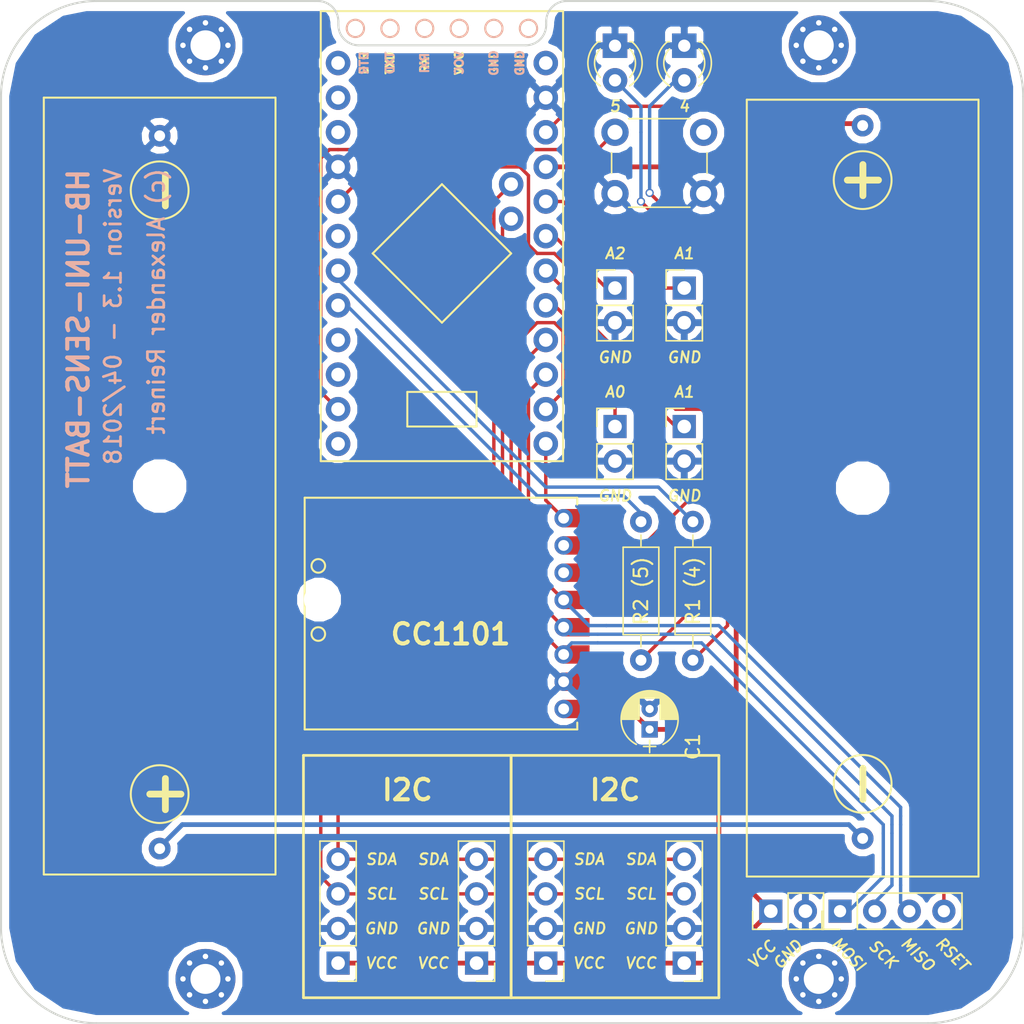
<source format=kicad_pcb>
(kicad_pcb (version 4) (host pcbnew 4.0.7)

  (general
    (links 60)
    (no_connects 0)
    (area 100.924999 77.075 176.075001 154.025)
    (thickness 1.6)
    (drawings 65)
    (tracks 199)
    (zones 0)
    (modules 25)
    (nets 27)
  )

  (page A4)
  (layers
    (0 F.Cu signal)
    (31 B.Cu signal)
    (32 B.Adhes user hide)
    (33 F.Adhes user hide)
    (34 B.Paste user hide)
    (35 F.Paste user hide)
    (36 B.SilkS user)
    (37 F.SilkS user)
    (38 B.Mask user)
    (39 F.Mask user)
    (40 Dwgs.User user hide)
    (41 Cmts.User user hide)
    (42 Eco1.User user hide)
    (43 Eco2.User user hide)
    (44 Edge.Cuts user)
    (45 Margin user hide)
    (46 B.CrtYd user hide)
    (47 F.CrtYd user)
    (48 B.Fab user hide)
    (49 F.Fab user hide)
  )

  (setup
    (last_trace_width 0.25)
    (trace_clearance 0.2)
    (zone_clearance 0.508)
    (zone_45_only yes)
    (trace_min 0.2)
    (segment_width 0.2)
    (edge_width 0.15)
    (via_size 0.6)
    (via_drill 0.4)
    (via_min_size 0.4)
    (via_min_drill 0.3)
    (uvia_size 0.3)
    (uvia_drill 0.1)
    (uvias_allowed no)
    (uvia_min_size 0.2)
    (uvia_min_drill 0.1)
    (pcb_text_width 0.3)
    (pcb_text_size 1.5 1.5)
    (mod_edge_width 0.15)
    (mod_text_size 1 1)
    (mod_text_width 0.15)
    (pad_size 4.4 4.4)
    (pad_drill 2.2)
    (pad_to_mask_clearance 0.2)
    (aux_axis_origin 100 77)
    (visible_elements 7FFFFFFF)
    (pcbplotparams
      (layerselection 0x010f0_80000001)
      (usegerberextensions false)
      (excludeedgelayer true)
      (linewidth 0.100000)
      (plotframeref false)
      (viasonmask false)
      (mode 1)
      (useauxorigin false)
      (hpglpennumber 1)
      (hpglpenspeed 20)
      (hpglpendiameter 15)
      (hpglpenoverlay 2)
      (psnegative false)
      (psa4output false)
      (plotreference true)
      (plotvalue true)
      (plotinvisibletext false)
      (padsonsilk false)
      (subtractmaskfromsilk false)
      (outputformat 1)
      (mirror false)
      (drillshape 0)
      (scaleselection 1)
      (outputdirectory Gerber/))
  )

  (net 0 "")
  (net 1 +3V3)
  (net 2 GND)
  (net 3 "Net-(D1-Pad2)")
  (net 4 "Net-(U1-Pad12)")
  (net 5 "Net-(U1-Pad18)")
  (net 6 "Net-(U1-Pad22)")
  (net 7 "Net-(U1-Pad24)")
  (net 8 "Net-(U2-Pad6)")
  (net 9 "Net-(R1-Pad2)")
  (net 10 "Net-(SW1-Pad1)")
  (net 11 /SS)
  (net 12 /D2)
  (net 13 /SCL)
  (net 14 /SDA)
  (net 15 /A0)
  (net 16 /A1)
  (net 17 /A2)
  (net 18 /A3)
  (net 19 /MOSI)
  (net 20 /SCK)
  (net 21 /MISO)
  (net 22 /RSET)
  (net 23 "Net-(BT1-Pad2)")
  (net 24 "Net-(D2-Pad2)")
  (net 25 "Net-(R2-Pad2)")
  (net 26 "Net-(U1-Pad21)")

  (net_class Default "Dies ist die voreingestellte Netzklasse."
    (clearance 0.2)
    (trace_width 0.25)
    (via_dia 0.6)
    (via_drill 0.4)
    (uvia_dia 0.3)
    (uvia_drill 0.1)
    (add_net /A0)
    (add_net /A1)
    (add_net /A2)
    (add_net /A3)
    (add_net /D2)
    (add_net /MISO)
    (add_net /MOSI)
    (add_net /RSET)
    (add_net /SCK)
    (add_net /SCL)
    (add_net /SDA)
    (add_net /SS)
    (add_net GND)
    (add_net "Net-(D1-Pad2)")
    (add_net "Net-(D2-Pad2)")
    (add_net "Net-(R1-Pad2)")
    (add_net "Net-(R2-Pad2)")
    (add_net "Net-(SW1-Pad1)")
    (add_net "Net-(U1-Pad12)")
    (add_net "Net-(U1-Pad18)")
    (add_net "Net-(U1-Pad21)")
    (add_net "Net-(U1-Pad22)")
    (add_net "Net-(U1-Pad24)")
    (add_net "Net-(U2-Pad6)")
  )

  (net_class +3V3 ""
    (clearance 0.2)
    (trace_width 0.35)
    (via_dia 0.6)
    (via_drill 0.4)
    (uvia_dia 0.3)
    (uvia_drill 0.1)
    (add_net +3V3)
    (add_net "Net-(BT1-Pad2)")
  )

  (module Mounting_Holes:MountingHole_2.2mm_M2_Pad_Via (layer F.Cu) (tedit 5ADA5A34) (tstamp 5ADA59F6)
    (at 116 81.25)
    (descr "Mounting Hole 2.2mm, M2")
    (tags "mounting hole 2.2mm m2")
    (attr virtual)
    (fp_text reference "" (at 0 -3.2) (layer F.SilkS) hide
      (effects (font (size 1 1) (thickness 0.15)))
    )
    (fp_text value "" (at 0 3.2) (layer F.Fab) hide
      (effects (font (size 1 1) (thickness 0.15)))
    )
    (fp_text user %R (at 0.3 0) (layer F.Fab)
      (effects (font (size 1 1) (thickness 0.15)))
    )
    (fp_circle (center 0 0) (end 2.2 0) (layer Cmts.User) (width 0.15))
    (fp_circle (center 0 0) (end 2.45 0) (layer F.CrtYd) (width 0.05))
    (pad 1 thru_hole circle (at 0 0) (size 4.4 4.4) (drill 2.2) (layers *.Cu *.Mask))
    (pad 1 thru_hole circle (at 1.65 0) (size 0.7 0.7) (drill 0.4) (layers *.Cu *.Mask))
    (pad 1 thru_hole circle (at 1.166726 1.166726) (size 0.7 0.7) (drill 0.4) (layers *.Cu *.Mask))
    (pad 1 thru_hole circle (at 0 1.65) (size 0.7 0.7) (drill 0.4) (layers *.Cu *.Mask))
    (pad 1 thru_hole circle (at -1.166726 1.166726) (size 0.7 0.7) (drill 0.4) (layers *.Cu *.Mask))
    (pad 1 thru_hole circle (at -1.65 0) (size 0.7 0.7) (drill 0.4) (layers *.Cu *.Mask))
    (pad 1 thru_hole circle (at -1.166726 -1.166726) (size 0.7 0.7) (drill 0.4) (layers *.Cu *.Mask))
    (pad 1 thru_hole circle (at 0 -1.65) (size 0.7 0.7) (drill 0.4) (layers *.Cu *.Mask))
    (pad 1 thru_hole circle (at 1.166726 -1.166726) (size 0.7 0.7) (drill 0.4) (layers *.Cu *.Mask))
  )

  (module Mounting_Holes:MountingHole_2.2mm_M2_Pad_Via (layer F.Cu) (tedit 5ADA5971) (tstamp 5ADA59D5)
    (at 161 81.25)
    (descr "Mounting Hole 2.2mm, M2")
    (tags "mounting hole 2.2mm m2")
    (attr virtual)
    (fp_text reference "" (at 0 -3.2) (layer F.SilkS) hide
      (effects (font (size 1 1) (thickness 0.15)))
    )
    (fp_text value "" (at 0 3.2) (layer F.Fab) hide
      (effects (font (size 1 1) (thickness 0.15)))
    )
    (fp_text user %R (at 0.3 0) (layer F.Fab)
      (effects (font (size 1 1) (thickness 0.15)))
    )
    (fp_circle (center 0 0) (end 2.2 0) (layer Cmts.User) (width 0.15))
    (fp_circle (center 0 0) (end 2.45 0) (layer F.CrtYd) (width 0.05))
    (pad 1 thru_hole circle (at 0 0) (size 4.4 4.4) (drill 2.2) (layers *.Cu *.Mask))
    (pad 1 thru_hole circle (at 1.65 0) (size 0.7 0.7) (drill 0.4) (layers *.Cu *.Mask))
    (pad 1 thru_hole circle (at 1.166726 1.166726) (size 0.7 0.7) (drill 0.4) (layers *.Cu *.Mask))
    (pad 1 thru_hole circle (at 0 1.65) (size 0.7 0.7) (drill 0.4) (layers *.Cu *.Mask))
    (pad 1 thru_hole circle (at -1.166726 1.166726) (size 0.7 0.7) (drill 0.4) (layers *.Cu *.Mask))
    (pad 1 thru_hole circle (at -1.65 0) (size 0.7 0.7) (drill 0.4) (layers *.Cu *.Mask))
    (pad 1 thru_hole circle (at -1.166726 -1.166726) (size 0.7 0.7) (drill 0.4) (layers *.Cu *.Mask))
    (pad 1 thru_hole circle (at 0 -1.65) (size 0.7 0.7) (drill 0.4) (layers *.Cu *.Mask))
    (pad 1 thru_hole circle (at 1.166726 -1.166726) (size 0.7 0.7) (drill 0.4) (layers *.Cu *.Mask))
  )

  (module Mounting_Holes:MountingHole_2.2mm_M2_Pad_Via (layer F.Cu) (tedit 5ADA5971) (tstamp 5ADA59AD)
    (at 161 149.75)
    (descr "Mounting Hole 2.2mm, M2")
    (tags "mounting hole 2.2mm m2")
    (attr virtual)
    (fp_text reference "" (at 0 -3.2) (layer F.SilkS) hide
      (effects (font (size 1 1) (thickness 0.15)))
    )
    (fp_text value "" (at 0 3.2) (layer F.Fab) hide
      (effects (font (size 1 1) (thickness 0.15)))
    )
    (fp_text user %R (at 0.3 0) (layer F.Fab)
      (effects (font (size 1 1) (thickness 0.15)))
    )
    (fp_circle (center 0 0) (end 2.2 0) (layer Cmts.User) (width 0.15))
    (fp_circle (center 0 0) (end 2.45 0) (layer F.CrtYd) (width 0.05))
    (pad 1 thru_hole circle (at 0 0) (size 4.4 4.4) (drill 2.2) (layers *.Cu *.Mask))
    (pad 1 thru_hole circle (at 1.65 0) (size 0.7 0.7) (drill 0.4) (layers *.Cu *.Mask))
    (pad 1 thru_hole circle (at 1.166726 1.166726) (size 0.7 0.7) (drill 0.4) (layers *.Cu *.Mask))
    (pad 1 thru_hole circle (at 0 1.65) (size 0.7 0.7) (drill 0.4) (layers *.Cu *.Mask))
    (pad 1 thru_hole circle (at -1.166726 1.166726) (size 0.7 0.7) (drill 0.4) (layers *.Cu *.Mask))
    (pad 1 thru_hole circle (at -1.65 0) (size 0.7 0.7) (drill 0.4) (layers *.Cu *.Mask))
    (pad 1 thru_hole circle (at -1.166726 -1.166726) (size 0.7 0.7) (drill 0.4) (layers *.Cu *.Mask))
    (pad 1 thru_hole circle (at 0 -1.65) (size 0.7 0.7) (drill 0.4) (layers *.Cu *.Mask))
    (pad 1 thru_hole circle (at 1.166726 -1.166726) (size 0.7 0.7) (drill 0.4) (layers *.Cu *.Mask))
  )

  (module LEDs:LED_D3.0mm (layer F.Cu) (tedit 5AD9F570) (tstamp 5AD9EC7A)
    (at 146.05 81.28 270)
    (descr "LED, diameter 3.0mm, 2 pins")
    (tags "LED diameter 3.0mm 2 pins")
    (path /5AD9FCFD)
    (fp_text reference D2 (at 3.81 -1.905 360) (layer F.SilkS) hide
      (effects (font (size 1 1) (thickness 0.15)))
    )
    (fp_text value LED (at 1.27 2.96 270) (layer F.Fab)
      (effects (font (size 1 1) (thickness 0.15)))
    )
    (fp_arc (start 1.27 0) (end -0.23 -1.16619) (angle 284.3) (layer F.Fab) (width 0.1))
    (fp_arc (start 1.27 0) (end -0.29 -1.235516) (angle 108.8) (layer F.SilkS) (width 0.12))
    (fp_arc (start 1.27 0) (end -0.29 1.235516) (angle -108.8) (layer F.SilkS) (width 0.12))
    (fp_arc (start 1.27 0) (end 0.229039 -1.08) (angle 87.9) (layer F.SilkS) (width 0.12))
    (fp_arc (start 1.27 0) (end 0.229039 1.08) (angle -87.9) (layer F.SilkS) (width 0.12))
    (fp_circle (center 1.27 0) (end 2.77 0) (layer F.Fab) (width 0.1))
    (fp_line (start -0.23 -1.16619) (end -0.23 1.16619) (layer F.Fab) (width 0.1))
    (fp_line (start -0.29 -1.236) (end -0.29 -1.08) (layer F.SilkS) (width 0.12))
    (fp_line (start -0.29 1.08) (end -0.29 1.236) (layer F.SilkS) (width 0.12))
    (fp_line (start -1.15 -2.25) (end -1.15 2.25) (layer F.CrtYd) (width 0.05))
    (fp_line (start -1.15 2.25) (end 3.7 2.25) (layer F.CrtYd) (width 0.05))
    (fp_line (start 3.7 2.25) (end 3.7 -2.25) (layer F.CrtYd) (width 0.05))
    (fp_line (start 3.7 -2.25) (end -1.15 -2.25) (layer F.CrtYd) (width 0.05))
    (pad 1 thru_hole rect (at 0 0 270) (size 1.8 1.8) (drill 0.9) (layers *.Cu *.Mask)
      (net 2 GND))
    (pad 2 thru_hole circle (at 2.54 0 270) (size 1.8 1.8) (drill 0.9) (layers *.Cu *.Mask)
      (net 24 "Net-(D2-Pad2)"))
    (model ${KISYS3DMOD}/LEDs.3dshapes/LED_D3.0mm.wrl
      (at (xyz 0 0 0))
      (scale (xyz 0.393701 0.393701 0.393701))
      (rotate (xyz 0 0 0))
    )
  )

  (module Resistors_THT:R_Axial_DIN0207_L6.3mm_D2.5mm_P10.16mm_Horizontal (layer F.Cu) (tedit 5AD9FCB4) (tstamp 5AC3F793)
    (at 147.955 126.365 90)
    (descr "Resistor, Axial_DIN0207 series, Axial, Horizontal, pin pitch=10.16mm, 0.25W = 1/4W, length*diameter=6.3*2.5mm^2, http://cdn-reichelt.de/documents/datenblatt/B400/1_4W%23YAG.pdf")
    (tags "Resistor Axial_DIN0207 series Axial Horizontal pin pitch 10.16mm 0.25W = 1/4W length 6.3mm diameter 2.5mm")
    (path /5AD9FCAF)
    (fp_text reference R2 (at 5.08 0 90) (layer F.SilkS) hide
      (effects (font (size 1 1) (thickness 0.15)))
    )
    (fp_text value 470 (at 5.08 2.31 90) (layer F.Fab)
      (effects (font (size 1 1) (thickness 0.15)))
    )
    (fp_line (start 1.93 -1.25) (end 1.93 1.25) (layer F.Fab) (width 0.1))
    (fp_line (start 1.93 1.25) (end 8.23 1.25) (layer F.Fab) (width 0.1))
    (fp_line (start 8.23 1.25) (end 8.23 -1.25) (layer F.Fab) (width 0.1))
    (fp_line (start 8.23 -1.25) (end 1.93 -1.25) (layer F.Fab) (width 0.1))
    (fp_line (start 0 0) (end 1.93 0) (layer F.Fab) (width 0.1))
    (fp_line (start 10.16 0) (end 8.23 0) (layer F.Fab) (width 0.1))
    (fp_line (start 1.87 -1.31) (end 1.87 1.31) (layer F.SilkS) (width 0.12))
    (fp_line (start 1.87 1.31) (end 8.29 1.31) (layer F.SilkS) (width 0.12))
    (fp_line (start 8.29 1.31) (end 8.29 -1.31) (layer F.SilkS) (width 0.12))
    (fp_line (start 8.29 -1.31) (end 1.87 -1.31) (layer F.SilkS) (width 0.12))
    (fp_line (start 0.98 0) (end 1.87 0) (layer F.SilkS) (width 0.12))
    (fp_line (start 9.18 0) (end 8.29 0) (layer F.SilkS) (width 0.12))
    (fp_line (start -1.05 -1.6) (end -1.05 1.6) (layer F.CrtYd) (width 0.05))
    (fp_line (start -1.05 1.6) (end 11.25 1.6) (layer F.CrtYd) (width 0.05))
    (fp_line (start 11.25 1.6) (end 11.25 -1.6) (layer F.CrtYd) (width 0.05))
    (fp_line (start 11.25 -1.6) (end -1.05 -1.6) (layer F.CrtYd) (width 0.05))
    (pad 1 thru_hole circle (at 0 0 90) (size 1.6 1.6) (drill 0.8) (layers *.Cu *.Mask)
      (net 24 "Net-(D2-Pad2)"))
    (pad 2 thru_hole oval (at 10.16 0 90) (size 1.6 1.6) (drill 0.8) (layers *.Cu *.Mask)
      (net 25 "Net-(R2-Pad2)"))
    (model ${KISYS3DMOD}/Resistors_THT.3dshapes/R_Axial_DIN0207_L6.3mm_D2.5mm_P10.16mm_Horizontal.wrl
      (at (xyz 0 0 0))
      (scale (xyz 0.393701 0.393701 0.393701))
      (rotate (xyz 0 0 0))
    )
  )

  (module Mounting_Holes:MountingHole_2.2mm_M2 (layer F.Cu) (tedit 5AD9E1FD) (tstamp 5AD9FA93)
    (at 124.333 121.92 90)
    (descr "Mounting Hole 2.2mm, no annular, M2")
    (tags "mounting hole 2.2mm no annular m2")
    (attr virtual)
    (fp_text reference "" (at 0 -3.2 90) (layer F.SilkS) hide
      (effects (font (size 1 1) (thickness 0.15)))
    )
    (fp_text value "" (at 0 3.2 90) (layer F.Fab) hide
      (effects (font (size 1 1) (thickness 0.15)))
    )
    (fp_text user %R (at 0.3 0 90) (layer F.Fab)
      (effects (font (size 1 1) (thickness 0.15)))
    )
    (fp_circle (center 0 0) (end 2.2 0) (layer Cmts.User) (width 0.15))
    (fp_circle (center 0 0) (end 2.45 0) (layer F.CrtYd) (width 0.05))
    (pad 1 np_thru_hole circle (at 0 0 90) (size 2.2 2.2) (drill 2.2) (layers *.Cu *.Mask))
  )

  (module Homebrew:CC1101 (layer F.Cu) (tedit 5AC41066) (tstamp 5AC3F37D)
    (at 144.78 131.445 180)
    (path /5AC3AFA1)
    (fp_text reference U2 (at 6.5 2 180) (layer F.SilkS) hide
      (effects (font (size 1 1) (thickness 0.15)))
    )
    (fp_text value CC1101 (at 15.5 15 180) (layer F.Fab)
      (effects (font (size 1 1) (thickness 0.15)))
    )
    (fp_line (start 1.5 17) (end 1.5 16.5) (layer F.SilkS) (width 0.15))
    (fp_line (start 1.5 0) (end 1.5 0.5) (layer F.SilkS) (width 0.15))
    (fp_circle (center 20.5 12) (end 20.5 12.5) (layer F.SilkS) (width 0.15))
    (fp_circle (center 20.5 7) (end 20.5 7.5) (layer F.SilkS) (width 0.15))
    (fp_circle (center 20.5 9.5) (end 21 9.5) (layer F.SilkS) (width 0.15))
    (fp_line (start 1.5 0) (end 21.5 0) (layer F.SilkS) (width 0.15))
    (fp_line (start 21.5 0) (end 21.5 17) (layer F.SilkS) (width 0.15))
    (fp_line (start 21.5 17) (end 1.5 17) (layer F.SilkS) (width 0.15))
    (pad 8 thru_hole circle (at 2.5 15.5 180) (size 1.35 1.35) (drill 0.8) (layers *.Cu *.Mask)
      (net 11 /SS))
    (pad 8 connect rect (at 1.5 15.5 180) (size 1.8 1.35) (layers F.Cu F.Mask)
      (net 11 /SS))
    (pad 1 thru_hole circle (at 2.5 1.5 180) (size 1.35 1.35) (drill 0.8) (layers *.Cu *.Mask)
      (net 1 +3V3))
    (pad 2 thru_hole circle (at 2.5 3.5 180) (size 1.35 1.35) (drill 0.8) (layers *.Cu *.Mask)
      (net 2 GND))
    (pad 3 thru_hole circle (at 2.5 5.5 180) (size 1.35 1.35) (drill 0.8) (layers *.Cu *.Mask)
      (net 19 /MOSI))
    (pad 4 thru_hole circle (at 2.5 7.5 180) (size 1.35 1.35) (drill 0.8) (layers *.Cu *.Mask)
      (net 20 /SCK))
    (pad 5 thru_hole circle (at 2.5 9.5 180) (size 1.35 1.35) (drill 0.8) (layers *.Cu *.Mask)
      (net 21 /MISO))
    (pad 6 thru_hole circle (at 2.5 11.5 180) (size 1.35 1.35) (drill 0.8) (layers *.Cu *.Mask)
      (net 8 "Net-(U2-Pad6)"))
    (pad 7 thru_hole circle (at 2.5 13.5 180) (size 1.35 1.35) (drill 0.8) (layers *.Cu *.Mask)
      (net 12 /D2))
    (pad 1 connect rect (at 1.5 1.5 180) (size 1.8 1.35) (layers F.Cu F.Mask)
      (net 1 +3V3))
    (pad 2 connect rect (at 1.5 3.5 180) (size 1.8 1.35) (layers F.Cu F.Mask)
      (net 2 GND))
    (pad 3 connect rect (at 1.5 5.5 180) (size 1.8 1.35) (layers F.Cu F.Mask)
      (net 19 /MOSI))
    (pad 4 connect rect (at 1.5 7.5 180) (size 1.8 1.35) (layers F.Cu F.Mask)
      (net 20 /SCK))
    (pad 5 connect rect (at 1.5 9.5 180) (size 1.8 1.35) (layers F.Cu F.Mask)
      (net 21 /MISO))
    (pad 6 connect rect (at 1.5 11.5 180) (size 1.8 1.35) (layers F.Cu F.Mask)
      (net 8 "Net-(U2-Pad6)"))
    (pad 7 connect rect (at 1.5 13.5 180) (size 1.8 1.35) (layers F.Cu F.Mask)
      (net 12 /D2))
  )

  (module Buttons_Switches_THT:SW_PUSH_6mm_h5mm (layer F.Cu) (tedit 5ADA398A) (tstamp 5AC3F7A1)
    (at 146.05 87.63)
    (descr "tactile push button, 6x6mm e.g. PHAP33xx series, height=5mm")
    (tags "tact sw push 6mm")
    (path /5ABE0E28)
    (fp_text reference SW1 (at 3.175 -1.905) (layer F.SilkS) hide
      (effects (font (size 0.8 0.8) (thickness 0.15)))
    )
    (fp_text value CONFIG_BUTTON (at 3.75 6.7) (layer F.Fab)
      (effects (font (size 1 1) (thickness 0.15)))
    )
    (fp_text user %R (at 3.25 2.25) (layer F.Fab)
      (effects (font (size 1 1) (thickness 0.15)))
    )
    (fp_line (start 3.25 -0.75) (end 6.25 -0.75) (layer F.Fab) (width 0.1))
    (fp_line (start 6.25 -0.75) (end 6.25 5.25) (layer F.Fab) (width 0.1))
    (fp_line (start 6.25 5.25) (end 0.25 5.25) (layer F.Fab) (width 0.1))
    (fp_line (start 0.25 5.25) (end 0.25 -0.75) (layer F.Fab) (width 0.1))
    (fp_line (start 0.25 -0.75) (end 3.25 -0.75) (layer F.Fab) (width 0.1))
    (fp_line (start 7.75 6) (end 8 6) (layer F.CrtYd) (width 0.05))
    (fp_line (start 8 6) (end 8 5.75) (layer F.CrtYd) (width 0.05))
    (fp_line (start 7.75 -1.5) (end 8 -1.5) (layer F.CrtYd) (width 0.05))
    (fp_line (start 8 -1.5) (end 8 -1.25) (layer F.CrtYd) (width 0.05))
    (fp_line (start -1.5 -1.25) (end -1.5 -1.5) (layer F.CrtYd) (width 0.05))
    (fp_line (start -1.5 -1.5) (end -1.25 -1.5) (layer F.CrtYd) (width 0.05))
    (fp_line (start -1.5 5.75) (end -1.5 6) (layer F.CrtYd) (width 0.05))
    (fp_line (start -1.5 6) (end -1.25 6) (layer F.CrtYd) (width 0.05))
    (fp_line (start -1.25 -1.5) (end 7.75 -1.5) (layer F.CrtYd) (width 0.05))
    (fp_line (start -1.5 5.75) (end -1.5 -1.25) (layer F.CrtYd) (width 0.05))
    (fp_line (start 7.75 6) (end -1.25 6) (layer F.CrtYd) (width 0.05))
    (fp_line (start 8 -1.25) (end 8 5.75) (layer F.CrtYd) (width 0.05))
    (fp_line (start 1 5.5) (end 5.5 5.5) (layer F.SilkS) (width 0.12))
    (fp_line (start -0.25 1.5) (end -0.25 3) (layer F.SilkS) (width 0.12))
    (fp_line (start 5.5 -1) (end 1 -1) (layer F.SilkS) (width 0.12))
    (fp_line (start 6.75 3) (end 6.75 1.5) (layer F.SilkS) (width 0.12))
    (fp_circle (center 3.25 2.25) (end 1.25 2.5) (layer F.Fab) (width 0.1))
    (pad 2 thru_hole circle (at 0 4.5 90) (size 2 2) (drill 1.1) (layers *.Cu *.Mask)
      (net 2 GND))
    (pad 1 thru_hole circle (at 0 0 90) (size 2 2) (drill 1.1) (layers *.Cu *.Mask)
      (net 10 "Net-(SW1-Pad1)"))
    (pad 2 thru_hole circle (at 6.5 4.5 90) (size 2 2) (drill 1.1) (layers *.Cu *.Mask)
      (net 2 GND))
    (pad "" thru_hole circle (at 6.5 0 90) (size 2 2) (drill 1.1) (layers *.Cu *.Mask))
    (model ${KISYS3DMOD}/Buttons_Switches_THT.3dshapes/SW_PUSH_6mm_h5mm.wrl
      (at (xyz 0.005 0 0))
      (scale (xyz 0.3937 0.3937 0.3937))
      (rotate (xyz 0 0 0))
    )
  )

  (module LEDs:LED_D3.0mm (layer F.Cu) (tedit 5AD9F567) (tstamp 5AC3F6CF)
    (at 151.13 81.28 270)
    (descr "LED, diameter 3.0mm, 2 pins")
    (tags "LED diameter 3.0mm 2 pins")
    (path /5ABE1195)
    (fp_text reference D1 (at 3.81 -1.905 360) (layer F.SilkS) hide
      (effects (font (size 1 1) (thickness 0.15)))
    )
    (fp_text value LED (at 1.27 2.96 270) (layer F.Fab)
      (effects (font (size 1 1) (thickness 0.15)))
    )
    (fp_arc (start 1.27 0) (end -0.23 -1.16619) (angle 284.3) (layer F.Fab) (width 0.1))
    (fp_arc (start 1.27 0) (end -0.29 -1.235516) (angle 108.8) (layer F.SilkS) (width 0.12))
    (fp_arc (start 1.27 0) (end -0.29 1.235516) (angle -108.8) (layer F.SilkS) (width 0.12))
    (fp_arc (start 1.27 0) (end 0.229039 -1.08) (angle 87.9) (layer F.SilkS) (width 0.12))
    (fp_arc (start 1.27 0) (end 0.229039 1.08) (angle -87.9) (layer F.SilkS) (width 0.12))
    (fp_circle (center 1.27 0) (end 2.77 0) (layer F.Fab) (width 0.1))
    (fp_line (start -0.23 -1.16619) (end -0.23 1.16619) (layer F.Fab) (width 0.1))
    (fp_line (start -0.29 -1.236) (end -0.29 -1.08) (layer F.SilkS) (width 0.12))
    (fp_line (start -0.29 1.08) (end -0.29 1.236) (layer F.SilkS) (width 0.12))
    (fp_line (start -1.15 -2.25) (end -1.15 2.25) (layer F.CrtYd) (width 0.05))
    (fp_line (start -1.15 2.25) (end 3.7 2.25) (layer F.CrtYd) (width 0.05))
    (fp_line (start 3.7 2.25) (end 3.7 -2.25) (layer F.CrtYd) (width 0.05))
    (fp_line (start 3.7 -2.25) (end -1.15 -2.25) (layer F.CrtYd) (width 0.05))
    (pad 1 thru_hole rect (at 0 0 270) (size 1.8 1.8) (drill 0.9) (layers *.Cu *.Mask)
      (net 2 GND))
    (pad 2 thru_hole circle (at 2.54 0 270) (size 1.8 1.8) (drill 0.9) (layers *.Cu *.Mask)
      (net 3 "Net-(D1-Pad2)"))
    (model ${KISYS3DMOD}/LEDs.3dshapes/LED_D3.0mm.wrl
      (at (xyz 0 0 0))
      (scale (xyz 0.393701 0.393701 0.393701))
      (rotate (xyz 0 0 0))
    )
  )

  (module Pin_Headers:Pin_Header_Straight_1x02_Pitch2.54mm (layer F.Cu) (tedit 5AC7DBF0) (tstamp 5AC3F6E5)
    (at 157.48 144.78 90)
    (descr "Through hole straight pin header, 1x02, 2.54mm pitch, single row")
    (tags "Through hole pin header THT 1x02 2.54mm single row")
    (path /5ABE2E32)
    (fp_text reference J0 (at 0 -2.33 180) (layer F.SilkS) hide
      (effects (font (size 1 1) (thickness 0.15)))
    )
    (fp_text value BATT (at 0 4.87 90) (layer F.Fab)
      (effects (font (size 1 1) (thickness 0.15)))
    )
    (fp_line (start -0.635 -1.27) (end 1.27 -1.27) (layer F.Fab) (width 0.1))
    (fp_line (start 1.27 -1.27) (end 1.27 3.81) (layer F.Fab) (width 0.1))
    (fp_line (start 1.27 3.81) (end -1.27 3.81) (layer F.Fab) (width 0.1))
    (fp_line (start -1.27 3.81) (end -1.27 -0.635) (layer F.Fab) (width 0.1))
    (fp_line (start -1.27 -0.635) (end -0.635 -1.27) (layer F.Fab) (width 0.1))
    (fp_line (start -1.33 3.87) (end 1.33 3.87) (layer F.SilkS) (width 0.12))
    (fp_line (start -1.33 1.27) (end -1.33 3.87) (layer F.SilkS) (width 0.12))
    (fp_line (start 1.33 1.27) (end 1.33 3.87) (layer F.SilkS) (width 0.12))
    (fp_line (start -1.33 1.27) (end 1.33 1.27) (layer F.SilkS) (width 0.12))
    (fp_line (start -1.33 0) (end -1.33 -1.33) (layer F.SilkS) (width 0.12))
    (fp_line (start -1.33 -1.33) (end 0 -1.33) (layer F.SilkS) (width 0.12))
    (fp_line (start -1.8 -1.8) (end -1.8 4.35) (layer F.CrtYd) (width 0.05))
    (fp_line (start -1.8 4.35) (end 1.8 4.35) (layer F.CrtYd) (width 0.05))
    (fp_line (start 1.8 4.35) (end 1.8 -1.8) (layer F.CrtYd) (width 0.05))
    (fp_line (start 1.8 -1.8) (end -1.8 -1.8) (layer F.CrtYd) (width 0.05))
    (fp_text user %R (at 0 1.27 180) (layer F.Fab)
      (effects (font (size 1 1) (thickness 0.15)))
    )
    (pad 1 thru_hole rect (at 0 0 90) (size 1.7 1.7) (drill 1) (layers *.Cu *.Mask)
      (net 1 +3V3))
    (pad 2 thru_hole oval (at 0 2.54 90) (size 1.7 1.7) (drill 1) (layers *.Cu *.Mask)
      (net 2 GND))
    (model ${KISYS3DMOD}/Pin_Headers.3dshapes/Pin_Header_Straight_1x02_Pitch2.54mm.wrl
      (at (xyz 0 0 0))
      (scale (xyz 1 1 1))
      (rotate (xyz 0 0 0))
    )
  )

  (module Pin_Headers:Pin_Header_Straight_1x04_Pitch2.54mm (layer F.Cu) (tedit 5AC7DD2B) (tstamp 5AC3F6FD)
    (at 151.13 148.59 180)
    (descr "Through hole straight pin header, 1x04, 2.54mm pitch, single row")
    (tags "Through hole pin header THT 1x04 2.54mm single row")
    (path /5ABE0D25)
    (fp_text reference J1 (at 0 -2.33 180) (layer F.SilkS) hide
      (effects (font (size 1 1) (thickness 0.15)))
    )
    (fp_text value I2C_1 (at 0 9.95 180) (layer F.Fab)
      (effects (font (size 1 1) (thickness 0.15)))
    )
    (fp_line (start -0.635 -1.27) (end 1.27 -1.27) (layer F.Fab) (width 0.1))
    (fp_line (start 1.27 -1.27) (end 1.27 8.89) (layer F.Fab) (width 0.1))
    (fp_line (start 1.27 8.89) (end -1.27 8.89) (layer F.Fab) (width 0.1))
    (fp_line (start -1.27 8.89) (end -1.27 -0.635) (layer F.Fab) (width 0.1))
    (fp_line (start -1.27 -0.635) (end -0.635 -1.27) (layer F.Fab) (width 0.1))
    (fp_line (start -1.33 8.95) (end 1.33 8.95) (layer F.SilkS) (width 0.12))
    (fp_line (start -1.33 1.27) (end -1.33 8.95) (layer F.SilkS) (width 0.12))
    (fp_line (start 1.33 1.27) (end 1.33 8.95) (layer F.SilkS) (width 0.12))
    (fp_line (start -1.33 1.27) (end 1.33 1.27) (layer F.SilkS) (width 0.12))
    (fp_line (start -1.33 0) (end -1.33 -1.33) (layer F.SilkS) (width 0.12))
    (fp_line (start -1.33 -1.33) (end 0 -1.33) (layer F.SilkS) (width 0.12))
    (fp_line (start -1.8 -1.8) (end -1.8 9.4) (layer F.CrtYd) (width 0.05))
    (fp_line (start -1.8 9.4) (end 1.8 9.4) (layer F.CrtYd) (width 0.05))
    (fp_line (start 1.8 9.4) (end 1.8 -1.8) (layer F.CrtYd) (width 0.05))
    (fp_line (start 1.8 -1.8) (end -1.8 -1.8) (layer F.CrtYd) (width 0.05))
    (fp_text user %R (at 0 3.81 270) (layer F.Fab)
      (effects (font (size 1 1) (thickness 0.15)))
    )
    (pad 1 thru_hole rect (at 0 0 180) (size 1.7 1.7) (drill 1) (layers *.Cu *.Mask)
      (net 1 +3V3))
    (pad 2 thru_hole oval (at 0 2.54 180) (size 1.7 1.7) (drill 1) (layers *.Cu *.Mask)
      (net 2 GND))
    (pad 3 thru_hole oval (at 0 5.08 180) (size 1.7 1.7) (drill 1) (layers *.Cu *.Mask)
      (net 13 /SCL))
    (pad 4 thru_hole oval (at 0 7.62 180) (size 1.7 1.7) (drill 1) (layers *.Cu *.Mask)
      (net 14 /SDA))
    (model ${KISYS3DMOD}/Pin_Headers.3dshapes/Pin_Header_Straight_1x04_Pitch2.54mm.wrl
      (at (xyz 0 0 0))
      (scale (xyz 1 1 1))
      (rotate (xyz 0 0 0))
    )
  )

  (module Pin_Headers:Pin_Header_Straight_1x04_Pitch2.54mm (layer F.Cu) (tedit 5AC7DD35) (tstamp 5AC3F715)
    (at 125.73 148.59 180)
    (descr "Through hole straight pin header, 1x04, 2.54mm pitch, single row")
    (tags "Through hole pin header THT 1x04 2.54mm single row")
    (path /5ABE0DC1)
    (fp_text reference J2 (at 0 -2.33 180) (layer F.SilkS) hide
      (effects (font (size 1 1) (thickness 0.15)))
    )
    (fp_text value I2C_2 (at 0 9.95 180) (layer F.Fab)
      (effects (font (size 1 1) (thickness 0.15)))
    )
    (fp_line (start -0.635 -1.27) (end 1.27 -1.27) (layer F.Fab) (width 0.1))
    (fp_line (start 1.27 -1.27) (end 1.27 8.89) (layer F.Fab) (width 0.1))
    (fp_line (start 1.27 8.89) (end -1.27 8.89) (layer F.Fab) (width 0.1))
    (fp_line (start -1.27 8.89) (end -1.27 -0.635) (layer F.Fab) (width 0.1))
    (fp_line (start -1.27 -0.635) (end -0.635 -1.27) (layer F.Fab) (width 0.1))
    (fp_line (start -1.33 8.95) (end 1.33 8.95) (layer F.SilkS) (width 0.12))
    (fp_line (start -1.33 1.27) (end -1.33 8.95) (layer F.SilkS) (width 0.12))
    (fp_line (start 1.33 1.27) (end 1.33 8.95) (layer F.SilkS) (width 0.12))
    (fp_line (start -1.33 1.27) (end 1.33 1.27) (layer F.SilkS) (width 0.12))
    (fp_line (start -1.33 0) (end -1.33 -1.33) (layer F.SilkS) (width 0.12))
    (fp_line (start -1.33 -1.33) (end 0 -1.33) (layer F.SilkS) (width 0.12))
    (fp_line (start -1.8 -1.8) (end -1.8 9.4) (layer F.CrtYd) (width 0.05))
    (fp_line (start -1.8 9.4) (end 1.8 9.4) (layer F.CrtYd) (width 0.05))
    (fp_line (start 1.8 9.4) (end 1.8 -1.8) (layer F.CrtYd) (width 0.05))
    (fp_line (start 1.8 -1.8) (end -1.8 -1.8) (layer F.CrtYd) (width 0.05))
    (fp_text user %R (at 0 3.81 270) (layer F.Fab)
      (effects (font (size 1 1) (thickness 0.15)))
    )
    (pad 1 thru_hole rect (at 0 0 180) (size 1.7 1.7) (drill 1) (layers *.Cu *.Mask)
      (net 1 +3V3))
    (pad 2 thru_hole oval (at 0 2.54 180) (size 1.7 1.7) (drill 1) (layers *.Cu *.Mask)
      (net 2 GND))
    (pad 3 thru_hole oval (at 0 5.08 180) (size 1.7 1.7) (drill 1) (layers *.Cu *.Mask)
      (net 13 /SCL))
    (pad 4 thru_hole oval (at 0 7.62 180) (size 1.7 1.7) (drill 1) (layers *.Cu *.Mask)
      (net 14 /SDA))
    (model ${KISYS3DMOD}/Pin_Headers.3dshapes/Pin_Header_Straight_1x04_Pitch2.54mm.wrl
      (at (xyz 0 0 0))
      (scale (xyz 1 1 1))
      (rotate (xyz 0 0 0))
    )
  )

  (module Pin_Headers:Pin_Header_Straight_1x04_Pitch2.54mm (layer F.Cu) (tedit 5AC68B07) (tstamp 5AC3F787)
    (at 162.56 144.78 90)
    (descr "Through hole straight pin header, 1x04, 2.54mm pitch, single row")
    (tags "Through hole pin header THT 1x04 2.54mm single row")
    (path /5AC3B268)
    (fp_text reference J7 (at 0 -2.33 90) (layer F.SilkS) hide
      (effects (font (size 1 1) (thickness 0.15)))
    )
    (fp_text value PROG (at 0 9.95 90) (layer F.Fab)
      (effects (font (size 1 1) (thickness 0.15)))
    )
    (fp_line (start -0.635 -1.27) (end 1.27 -1.27) (layer F.Fab) (width 0.1))
    (fp_line (start 1.27 -1.27) (end 1.27 8.89) (layer F.Fab) (width 0.1))
    (fp_line (start 1.27 8.89) (end -1.27 8.89) (layer F.Fab) (width 0.1))
    (fp_line (start -1.27 8.89) (end -1.27 -0.635) (layer F.Fab) (width 0.1))
    (fp_line (start -1.27 -0.635) (end -0.635 -1.27) (layer F.Fab) (width 0.1))
    (fp_line (start -1.33 8.95) (end 1.33 8.95) (layer F.SilkS) (width 0.12))
    (fp_line (start -1.33 1.27) (end -1.33 8.95) (layer F.SilkS) (width 0.12))
    (fp_line (start 1.33 1.27) (end 1.33 8.95) (layer F.SilkS) (width 0.12))
    (fp_line (start -1.33 1.27) (end 1.33 1.27) (layer F.SilkS) (width 0.12))
    (fp_line (start -1.33 0) (end -1.33 -1.33) (layer F.SilkS) (width 0.12))
    (fp_line (start -1.33 -1.33) (end 0 -1.33) (layer F.SilkS) (width 0.12))
    (fp_line (start -1.8 -1.8) (end -1.8 9.4) (layer F.CrtYd) (width 0.05))
    (fp_line (start -1.8 9.4) (end 1.8 9.4) (layer F.CrtYd) (width 0.05))
    (fp_line (start 1.8 9.4) (end 1.8 -1.8) (layer F.CrtYd) (width 0.05))
    (fp_line (start 1.8 -1.8) (end -1.8 -1.8) (layer F.CrtYd) (width 0.05))
    (fp_text user %R (at 0 3.81 180) (layer F.Fab)
      (effects (font (size 1 1) (thickness 0.15)))
    )
    (pad 1 thru_hole rect (at 0 0 90) (size 1.7 1.7) (drill 0.9) (layers *.Cu *.Mask)
      (net 19 /MOSI))
    (pad 2 thru_hole oval (at 0 2.54 90) (size 1.7 1.7) (drill 0.9) (layers *.Cu *.Mask)
      (net 20 /SCK))
    (pad 3 thru_hole oval (at 0 5.08 90) (size 1.7 1.7) (drill 0.9) (layers *.Cu *.Mask)
      (net 21 /MISO))
    (pad 4 thru_hole oval (at 0 7.62 90) (size 1.7 1.7) (drill 0.9) (layers *.Cu *.Mask)
      (net 22 /RSET))
    (model ${KISYS3DMOD}/Pin_Headers.3dshapes/Pin_Header_Straight_1x04_Pitch2.54mm.wrl
      (at (xyz 0 0 0))
      (scale (xyz 1 1 1))
      (rotate (xyz 0 0 0))
    )
  )

  (module Resistors_THT:R_Axial_DIN0207_L6.3mm_D2.5mm_P10.16mm_Horizontal (layer F.Cu) (tedit 5AD9FCA2) (tstamp 5AC3F78D)
    (at 151.765 126.365 90)
    (descr "Resistor, Axial_DIN0207 series, Axial, Horizontal, pin pitch=10.16mm, 0.25W = 1/4W, length*diameter=6.3*2.5mm^2, http://cdn-reichelt.de/documents/datenblatt/B400/1_4W%23YAG.pdf")
    (tags "Resistor Axial_DIN0207 series Axial Horizontal pin pitch 10.16mm 0.25W = 1/4W length 6.3mm diameter 2.5mm")
    (path /5ABE25C7)
    (fp_text reference R1 (at 5.08 0 90) (layer F.SilkS) hide
      (effects (font (size 1 1) (thickness 0.15)))
    )
    (fp_text value 470 (at 5.08 2.31 90) (layer F.Fab)
      (effects (font (size 1 1) (thickness 0.15)))
    )
    (fp_line (start 1.93 -1.25) (end 1.93 1.25) (layer F.Fab) (width 0.1))
    (fp_line (start 1.93 1.25) (end 8.23 1.25) (layer F.Fab) (width 0.1))
    (fp_line (start 8.23 1.25) (end 8.23 -1.25) (layer F.Fab) (width 0.1))
    (fp_line (start 8.23 -1.25) (end 1.93 -1.25) (layer F.Fab) (width 0.1))
    (fp_line (start 0 0) (end 1.93 0) (layer F.Fab) (width 0.1))
    (fp_line (start 10.16 0) (end 8.23 0) (layer F.Fab) (width 0.1))
    (fp_line (start 1.87 -1.31) (end 1.87 1.31) (layer F.SilkS) (width 0.12))
    (fp_line (start 1.87 1.31) (end 8.29 1.31) (layer F.SilkS) (width 0.12))
    (fp_line (start 8.29 1.31) (end 8.29 -1.31) (layer F.SilkS) (width 0.12))
    (fp_line (start 8.29 -1.31) (end 1.87 -1.31) (layer F.SilkS) (width 0.12))
    (fp_line (start 0.98 0) (end 1.87 0) (layer F.SilkS) (width 0.12))
    (fp_line (start 9.18 0) (end 8.29 0) (layer F.SilkS) (width 0.12))
    (fp_line (start -1.05 -1.6) (end -1.05 1.6) (layer F.CrtYd) (width 0.05))
    (fp_line (start -1.05 1.6) (end 11.25 1.6) (layer F.CrtYd) (width 0.05))
    (fp_line (start 11.25 1.6) (end 11.25 -1.6) (layer F.CrtYd) (width 0.05))
    (fp_line (start 11.25 -1.6) (end -1.05 -1.6) (layer F.CrtYd) (width 0.05))
    (pad 1 thru_hole circle (at 0 0 90) (size 1.6 1.6) (drill 0.8) (layers *.Cu *.Mask)
      (net 3 "Net-(D1-Pad2)"))
    (pad 2 thru_hole oval (at 10.16 0 90) (size 1.6 1.6) (drill 0.8) (layers *.Cu *.Mask)
      (net 9 "Net-(R1-Pad2)"))
    (model ${KISYS3DMOD}/Resistors_THT.3dshapes/R_Axial_DIN0207_L6.3mm_D2.5mm_P10.16mm_Horizontal.wrl
      (at (xyz 0 0 0))
      (scale (xyz 0.393701 0.393701 0.393701))
      (rotate (xyz 0 0 0))
    )
  )

  (module Homebrew:BATTERY_HOLDER_GOOBAY_AA (layer F.Cu) (tedit 5AD9F5C0) (tstamp 5ACCE830)
    (at 172.72 142.24 90)
    (path /5ACCD42F)
    (fp_text reference BT1 (at 17.78 -8.255 90) (layer F.SilkS) hide
      (effects (font (size 1 1) (thickness 0.15)))
    )
    (fp_text value AA (at 48.1 -1.5 90) (layer F.Fab)
      (effects (font (size 1 1) (thickness 0.15)))
    )
    (fp_text user + (at 51.1 -8.7 90) (layer F.SilkS)
      (effects (font (size 3 3) (thickness 0.5)))
    )
    (fp_circle (center 51.1 -8.5) (end 52.6 -7) (layer F.SilkS) (width 0.15))
    (fp_circle (center 6.8 -8.5) (end 8.3 -7) (layer F.SilkS) (width 0.15))
    (fp_text user - (at 6.8 -8.7 90) (layer F.SilkS)
      (effects (font (size 3 3) (thickness 0.5)))
    )
    (fp_line (start 0 0) (end 0 -17) (layer F.SilkS) (width 0.15))
    (fp_line (start 0 -17) (end 57 -17) (layer F.SilkS) (width 0.15))
    (fp_line (start 57 -17) (end 57 0) (layer F.SilkS) (width 0.15))
    (fp_line (start 57 0) (end 0 0) (layer F.SilkS) (width 0.15))
    (pad 2 thru_hole circle (at 2.8 -8.5 90) (size 1.6 1.6) (drill 0.8) (layers *.Cu *.Mask)
      (net 23 "Net-(BT1-Pad2)"))
    (pad 1 thru_hole circle (at 55.1 -8.5 90) (size 1.6 1.6) (drill 0.8) (layers *.Cu *.Mask)
      (net 1 +3V3))
    (pad "" np_thru_hole circle (at 28.5 -8.5 90) (size 2.9 2.9) (drill 2.9) (layers *.Cu *.Mask))
  )

  (module Homebrew:BATTERY_HOLDER_GOOBAY_AA (layer F.Cu) (tedit 5AD9F5B4) (tstamp 5ACCE83F)
    (at 104.14 85.09 270)
    (path /5ACCD555)
    (fp_text reference BT2 (at 18.415 -8.89 270) (layer F.SilkS) hide
      (effects (font (size 1 1) (thickness 0.15)))
    )
    (fp_text value AA (at 48.1 -1.5 270) (layer F.Fab)
      (effects (font (size 1 1) (thickness 0.15)))
    )
    (fp_text user + (at 51.1 -8.7 270) (layer F.SilkS)
      (effects (font (size 3 3) (thickness 0.5)))
    )
    (fp_circle (center 51.1 -8.5) (end 52.6 -7) (layer F.SilkS) (width 0.15))
    (fp_circle (center 6.8 -8.5) (end 8.3 -7) (layer F.SilkS) (width 0.15))
    (fp_text user - (at 6.8 -8.7 270) (layer F.SilkS)
      (effects (font (size 3 3) (thickness 0.5)))
    )
    (fp_line (start 0 0) (end 0 -17) (layer F.SilkS) (width 0.15))
    (fp_line (start 0 -17) (end 57 -17) (layer F.SilkS) (width 0.15))
    (fp_line (start 57 -17) (end 57 0) (layer F.SilkS) (width 0.15))
    (fp_line (start 57 0) (end 0 0) (layer F.SilkS) (width 0.15))
    (pad 2 thru_hole circle (at 2.8 -8.5 270) (size 1.6 1.6) (drill 0.8) (layers *.Cu *.Mask)
      (net 2 GND))
    (pad 1 thru_hole circle (at 55.1 -8.5 270) (size 1.6 1.6) (drill 0.8) (layers *.Cu *.Mask)
      (net 23 "Net-(BT1-Pad2)"))
    (pad "" np_thru_hole circle (at 28.5 -8.5 270) (size 2.9 2.9) (drill 2.9) (layers *.Cu *.Mask))
  )

  (module Pin_Headers:Pin_Header_Straight_1x02_Pitch2.54mm (layer F.Cu) (tedit 5AD9F586) (tstamp 5AD9EDF5)
    (at 146.05 109.22)
    (descr "Through hole straight pin header, 1x02, 2.54mm pitch, single row")
    (tags "Through hole pin header THT 1x02 2.54mm single row")
    (path /5AD9FA61)
    (fp_text reference J3 (at 0 -2.33) (layer F.SilkS) hide
      (effects (font (size 1 1) (thickness 0.15)))
    )
    (fp_text value A0 (at 0 4.87) (layer F.Fab)
      (effects (font (size 1 1) (thickness 0.15)))
    )
    (fp_line (start -0.635 -1.27) (end 1.27 -1.27) (layer F.Fab) (width 0.1))
    (fp_line (start 1.27 -1.27) (end 1.27 3.81) (layer F.Fab) (width 0.1))
    (fp_line (start 1.27 3.81) (end -1.27 3.81) (layer F.Fab) (width 0.1))
    (fp_line (start -1.27 3.81) (end -1.27 -0.635) (layer F.Fab) (width 0.1))
    (fp_line (start -1.27 -0.635) (end -0.635 -1.27) (layer F.Fab) (width 0.1))
    (fp_line (start -1.33 3.87) (end 1.33 3.87) (layer F.SilkS) (width 0.12))
    (fp_line (start -1.33 1.27) (end -1.33 3.87) (layer F.SilkS) (width 0.12))
    (fp_line (start 1.33 1.27) (end 1.33 3.87) (layer F.SilkS) (width 0.12))
    (fp_line (start -1.33 1.27) (end 1.33 1.27) (layer F.SilkS) (width 0.12))
    (fp_line (start -1.33 0) (end -1.33 -1.33) (layer F.SilkS) (width 0.12))
    (fp_line (start -1.33 -1.33) (end 0 -1.33) (layer F.SilkS) (width 0.12))
    (fp_line (start -1.8 -1.8) (end -1.8 4.35) (layer F.CrtYd) (width 0.05))
    (fp_line (start -1.8 4.35) (end 1.8 4.35) (layer F.CrtYd) (width 0.05))
    (fp_line (start 1.8 4.35) (end 1.8 -1.8) (layer F.CrtYd) (width 0.05))
    (fp_line (start 1.8 -1.8) (end -1.8 -1.8) (layer F.CrtYd) (width 0.05))
    (fp_text user %R (at 0 1.27 90) (layer F.Fab)
      (effects (font (size 1 1) (thickness 0.15)))
    )
    (pad 1 thru_hole rect (at 0 0) (size 1.7 1.7) (drill 1) (layers *.Cu *.Mask)
      (net 15 /A0))
    (pad 2 thru_hole oval (at 0 2.54) (size 1.7 1.7) (drill 1) (layers *.Cu *.Mask)
      (net 2 GND))
    (model ${KISYS3DMOD}/Pin_Headers.3dshapes/Pin_Header_Straight_1x02_Pitch2.54mm.wrl
      (at (xyz 0 0 0))
      (scale (xyz 1 1 1))
      (rotate (xyz 0 0 0))
    )
  )

  (module Pin_Headers:Pin_Header_Straight_1x02_Pitch2.54mm (layer F.Cu) (tedit 5AD9F589) (tstamp 5AD9EE0B)
    (at 151.13 109.22)
    (descr "Through hole straight pin header, 1x02, 2.54mm pitch, single row")
    (tags "Through hole pin header THT 1x02 2.54mm single row")
    (path /5AD9F8DF)
    (fp_text reference J4 (at 0 -2.33) (layer F.SilkS) hide
      (effects (font (size 1 1) (thickness 0.15)))
    )
    (fp_text value A1 (at 0 4.87) (layer F.Fab)
      (effects (font (size 1 1) (thickness 0.15)))
    )
    (fp_line (start -0.635 -1.27) (end 1.27 -1.27) (layer F.Fab) (width 0.1))
    (fp_line (start 1.27 -1.27) (end 1.27 3.81) (layer F.Fab) (width 0.1))
    (fp_line (start 1.27 3.81) (end -1.27 3.81) (layer F.Fab) (width 0.1))
    (fp_line (start -1.27 3.81) (end -1.27 -0.635) (layer F.Fab) (width 0.1))
    (fp_line (start -1.27 -0.635) (end -0.635 -1.27) (layer F.Fab) (width 0.1))
    (fp_line (start -1.33 3.87) (end 1.33 3.87) (layer F.SilkS) (width 0.12))
    (fp_line (start -1.33 1.27) (end -1.33 3.87) (layer F.SilkS) (width 0.12))
    (fp_line (start 1.33 1.27) (end 1.33 3.87) (layer F.SilkS) (width 0.12))
    (fp_line (start -1.33 1.27) (end 1.33 1.27) (layer F.SilkS) (width 0.12))
    (fp_line (start -1.33 0) (end -1.33 -1.33) (layer F.SilkS) (width 0.12))
    (fp_line (start -1.33 -1.33) (end 0 -1.33) (layer F.SilkS) (width 0.12))
    (fp_line (start -1.8 -1.8) (end -1.8 4.35) (layer F.CrtYd) (width 0.05))
    (fp_line (start -1.8 4.35) (end 1.8 4.35) (layer F.CrtYd) (width 0.05))
    (fp_line (start 1.8 4.35) (end 1.8 -1.8) (layer F.CrtYd) (width 0.05))
    (fp_line (start 1.8 -1.8) (end -1.8 -1.8) (layer F.CrtYd) (width 0.05))
    (fp_text user %R (at 0 1.27 90) (layer F.Fab)
      (effects (font (size 1 1) (thickness 0.15)))
    )
    (pad 1 thru_hole rect (at 0 0) (size 1.7 1.7) (drill 1) (layers *.Cu *.Mask)
      (net 16 /A1))
    (pad 2 thru_hole oval (at 0 2.54) (size 1.7 1.7) (drill 1) (layers *.Cu *.Mask)
      (net 2 GND))
    (model ${KISYS3DMOD}/Pin_Headers.3dshapes/Pin_Header_Straight_1x02_Pitch2.54mm.wrl
      (at (xyz 0 0 0))
      (scale (xyz 1 1 1))
      (rotate (xyz 0 0 0))
    )
  )

  (module Pin_Headers:Pin_Header_Straight_1x02_Pitch2.54mm (layer F.Cu) (tedit 5AD9F57C) (tstamp 5AD9EE21)
    (at 146.05 99.06)
    (descr "Through hole straight pin header, 1x02, 2.54mm pitch, single row")
    (tags "Through hole pin header THT 1x02 2.54mm single row")
    (path /5ABE1F9E)
    (fp_text reference J5 (at 0 -2.33) (layer F.SilkS) hide
      (effects (font (size 1 1) (thickness 0.15)))
    )
    (fp_text value A2 (at 0 4.87) (layer F.Fab)
      (effects (font (size 1 1) (thickness 0.15)))
    )
    (fp_line (start -0.635 -1.27) (end 1.27 -1.27) (layer F.Fab) (width 0.1))
    (fp_line (start 1.27 -1.27) (end 1.27 3.81) (layer F.Fab) (width 0.1))
    (fp_line (start 1.27 3.81) (end -1.27 3.81) (layer F.Fab) (width 0.1))
    (fp_line (start -1.27 3.81) (end -1.27 -0.635) (layer F.Fab) (width 0.1))
    (fp_line (start -1.27 -0.635) (end -0.635 -1.27) (layer F.Fab) (width 0.1))
    (fp_line (start -1.33 3.87) (end 1.33 3.87) (layer F.SilkS) (width 0.12))
    (fp_line (start -1.33 1.27) (end -1.33 3.87) (layer F.SilkS) (width 0.12))
    (fp_line (start 1.33 1.27) (end 1.33 3.87) (layer F.SilkS) (width 0.12))
    (fp_line (start -1.33 1.27) (end 1.33 1.27) (layer F.SilkS) (width 0.12))
    (fp_line (start -1.33 0) (end -1.33 -1.33) (layer F.SilkS) (width 0.12))
    (fp_line (start -1.33 -1.33) (end 0 -1.33) (layer F.SilkS) (width 0.12))
    (fp_line (start -1.8 -1.8) (end -1.8 4.35) (layer F.CrtYd) (width 0.05))
    (fp_line (start -1.8 4.35) (end 1.8 4.35) (layer F.CrtYd) (width 0.05))
    (fp_line (start 1.8 4.35) (end 1.8 -1.8) (layer F.CrtYd) (width 0.05))
    (fp_line (start 1.8 -1.8) (end -1.8 -1.8) (layer F.CrtYd) (width 0.05))
    (fp_text user %R (at 0 1.27 90) (layer F.Fab)
      (effects (font (size 1 1) (thickness 0.15)))
    )
    (pad 1 thru_hole rect (at 0 0) (size 1.7 1.7) (drill 1) (layers *.Cu *.Mask)
      (net 17 /A2))
    (pad 2 thru_hole oval (at 0 2.54) (size 1.7 1.7) (drill 1) (layers *.Cu *.Mask)
      (net 2 GND))
    (model ${KISYS3DMOD}/Pin_Headers.3dshapes/Pin_Header_Straight_1x02_Pitch2.54mm.wrl
      (at (xyz 0 0 0))
      (scale (xyz 1 1 1))
      (rotate (xyz 0 0 0))
    )
  )

  (module Pin_Headers:Pin_Header_Straight_1x02_Pitch2.54mm (layer F.Cu) (tedit 5AD9F57F) (tstamp 5AD9EE37)
    (at 151.13 99.06)
    (descr "Through hole straight pin header, 1x02, 2.54mm pitch, single row")
    (tags "Through hole pin header THT 1x02 2.54mm single row")
    (path /5ABE2007)
    (fp_text reference J6 (at 0 -2.33) (layer F.SilkS) hide
      (effects (font (size 1 1) (thickness 0.15)))
    )
    (fp_text value A3 (at 0 4.87) (layer F.Fab)
      (effects (font (size 1 1) (thickness 0.15)))
    )
    (fp_line (start -0.635 -1.27) (end 1.27 -1.27) (layer F.Fab) (width 0.1))
    (fp_line (start 1.27 -1.27) (end 1.27 3.81) (layer F.Fab) (width 0.1))
    (fp_line (start 1.27 3.81) (end -1.27 3.81) (layer F.Fab) (width 0.1))
    (fp_line (start -1.27 3.81) (end -1.27 -0.635) (layer F.Fab) (width 0.1))
    (fp_line (start -1.27 -0.635) (end -0.635 -1.27) (layer F.Fab) (width 0.1))
    (fp_line (start -1.33 3.87) (end 1.33 3.87) (layer F.SilkS) (width 0.12))
    (fp_line (start -1.33 1.27) (end -1.33 3.87) (layer F.SilkS) (width 0.12))
    (fp_line (start 1.33 1.27) (end 1.33 3.87) (layer F.SilkS) (width 0.12))
    (fp_line (start -1.33 1.27) (end 1.33 1.27) (layer F.SilkS) (width 0.12))
    (fp_line (start -1.33 0) (end -1.33 -1.33) (layer F.SilkS) (width 0.12))
    (fp_line (start -1.33 -1.33) (end 0 -1.33) (layer F.SilkS) (width 0.12))
    (fp_line (start -1.8 -1.8) (end -1.8 4.35) (layer F.CrtYd) (width 0.05))
    (fp_line (start -1.8 4.35) (end 1.8 4.35) (layer F.CrtYd) (width 0.05))
    (fp_line (start 1.8 4.35) (end 1.8 -1.8) (layer F.CrtYd) (width 0.05))
    (fp_line (start 1.8 -1.8) (end -1.8 -1.8) (layer F.CrtYd) (width 0.05))
    (fp_text user %R (at 0 1.27 90) (layer F.Fab)
      (effects (font (size 1 1) (thickness 0.15)))
    )
    (pad 1 thru_hole rect (at 0 0) (size 1.7 1.7) (drill 1) (layers *.Cu *.Mask)
      (net 18 /A3))
    (pad 2 thru_hole oval (at 0 2.54) (size 1.7 1.7) (drill 1) (layers *.Cu *.Mask)
      (net 2 GND))
    (model ${KISYS3DMOD}/Pin_Headers.3dshapes/Pin_Header_Straight_1x02_Pitch2.54mm.wrl
      (at (xyz 0 0 0))
      (scale (xyz 1 1 1))
      (rotate (xyz 0 0 0))
    )
  )

  (module Pin_Headers:Pin_Header_Straight_1x04_Pitch2.54mm (layer F.Cu) (tedit 5AD9F5A3) (tstamp 5AD9EE4F)
    (at 140.97 148.59 180)
    (descr "Through hole straight pin header, 1x04, 2.54mm pitch, single row")
    (tags "Through hole pin header THT 1x04 2.54mm single row")
    (path /5AD9EB60)
    (fp_text reference JA1 (at 0 -2.33 180) (layer F.SilkS) hide
      (effects (font (size 1 1) (thickness 0.15)))
    )
    (fp_text value I2C_1A (at 0 9.95 180) (layer F.Fab)
      (effects (font (size 1 1) (thickness 0.15)))
    )
    (fp_line (start -0.635 -1.27) (end 1.27 -1.27) (layer F.Fab) (width 0.1))
    (fp_line (start 1.27 -1.27) (end 1.27 8.89) (layer F.Fab) (width 0.1))
    (fp_line (start 1.27 8.89) (end -1.27 8.89) (layer F.Fab) (width 0.1))
    (fp_line (start -1.27 8.89) (end -1.27 -0.635) (layer F.Fab) (width 0.1))
    (fp_line (start -1.27 -0.635) (end -0.635 -1.27) (layer F.Fab) (width 0.1))
    (fp_line (start -1.33 8.95) (end 1.33 8.95) (layer F.SilkS) (width 0.12))
    (fp_line (start -1.33 1.27) (end -1.33 8.95) (layer F.SilkS) (width 0.12))
    (fp_line (start 1.33 1.27) (end 1.33 8.95) (layer F.SilkS) (width 0.12))
    (fp_line (start -1.33 1.27) (end 1.33 1.27) (layer F.SilkS) (width 0.12))
    (fp_line (start -1.33 0) (end -1.33 -1.33) (layer F.SilkS) (width 0.12))
    (fp_line (start -1.33 -1.33) (end 0 -1.33) (layer F.SilkS) (width 0.12))
    (fp_line (start -1.8 -1.8) (end -1.8 9.4) (layer F.CrtYd) (width 0.05))
    (fp_line (start -1.8 9.4) (end 1.8 9.4) (layer F.CrtYd) (width 0.05))
    (fp_line (start 1.8 9.4) (end 1.8 -1.8) (layer F.CrtYd) (width 0.05))
    (fp_line (start 1.8 -1.8) (end -1.8 -1.8) (layer F.CrtYd) (width 0.05))
    (fp_text user %R (at 0 3.81 270) (layer F.Fab)
      (effects (font (size 1 1) (thickness 0.15)))
    )
    (pad 1 thru_hole rect (at 0 0 180) (size 1.7 1.7) (drill 1) (layers *.Cu *.Mask)
      (net 1 +3V3))
    (pad 2 thru_hole oval (at 0 2.54 180) (size 1.7 1.7) (drill 1) (layers *.Cu *.Mask)
      (net 2 GND))
    (pad 3 thru_hole oval (at 0 5.08 180) (size 1.7 1.7) (drill 1) (layers *.Cu *.Mask)
      (net 13 /SCL))
    (pad 4 thru_hole oval (at 0 7.62 180) (size 1.7 1.7) (drill 1) (layers *.Cu *.Mask)
      (net 14 /SDA))
    (model ${KISYS3DMOD}/Pin_Headers.3dshapes/Pin_Header_Straight_1x04_Pitch2.54mm.wrl
      (at (xyz 0 0 0))
      (scale (xyz 1 1 1))
      (rotate (xyz 0 0 0))
    )
  )

  (module Pin_Headers:Pin_Header_Straight_1x04_Pitch2.54mm (layer F.Cu) (tedit 5AD9F5A0) (tstamp 5AD9EE67)
    (at 135.89 148.59 180)
    (descr "Through hole straight pin header, 1x04, 2.54mm pitch, single row")
    (tags "Through hole pin header THT 1x04 2.54mm single row")
    (path /5AD9EE00)
    (fp_text reference JA2 (at 0 -2.33 180) (layer F.SilkS) hide
      (effects (font (size 1 1) (thickness 0.15)))
    )
    (fp_text value I2C_2A (at 0 9.95 180) (layer F.Fab)
      (effects (font (size 1 1) (thickness 0.15)))
    )
    (fp_line (start -0.635 -1.27) (end 1.27 -1.27) (layer F.Fab) (width 0.1))
    (fp_line (start 1.27 -1.27) (end 1.27 8.89) (layer F.Fab) (width 0.1))
    (fp_line (start 1.27 8.89) (end -1.27 8.89) (layer F.Fab) (width 0.1))
    (fp_line (start -1.27 8.89) (end -1.27 -0.635) (layer F.Fab) (width 0.1))
    (fp_line (start -1.27 -0.635) (end -0.635 -1.27) (layer F.Fab) (width 0.1))
    (fp_line (start -1.33 8.95) (end 1.33 8.95) (layer F.SilkS) (width 0.12))
    (fp_line (start -1.33 1.27) (end -1.33 8.95) (layer F.SilkS) (width 0.12))
    (fp_line (start 1.33 1.27) (end 1.33 8.95) (layer F.SilkS) (width 0.12))
    (fp_line (start -1.33 1.27) (end 1.33 1.27) (layer F.SilkS) (width 0.12))
    (fp_line (start -1.33 0) (end -1.33 -1.33) (layer F.SilkS) (width 0.12))
    (fp_line (start -1.33 -1.33) (end 0 -1.33) (layer F.SilkS) (width 0.12))
    (fp_line (start -1.8 -1.8) (end -1.8 9.4) (layer F.CrtYd) (width 0.05))
    (fp_line (start -1.8 9.4) (end 1.8 9.4) (layer F.CrtYd) (width 0.05))
    (fp_line (start 1.8 9.4) (end 1.8 -1.8) (layer F.CrtYd) (width 0.05))
    (fp_line (start 1.8 -1.8) (end -1.8 -1.8) (layer F.CrtYd) (width 0.05))
    (fp_text user %R (at 0 3.81 270) (layer F.Fab)
      (effects (font (size 1 1) (thickness 0.15)))
    )
    (pad 1 thru_hole rect (at 0 0 180) (size 1.7 1.7) (drill 1) (layers *.Cu *.Mask)
      (net 1 +3V3))
    (pad 2 thru_hole oval (at 0 2.54 180) (size 1.7 1.7) (drill 1) (layers *.Cu *.Mask)
      (net 2 GND))
    (pad 3 thru_hole oval (at 0 5.08 180) (size 1.7 1.7) (drill 1) (layers *.Cu *.Mask)
      (net 13 /SCL))
    (pad 4 thru_hole oval (at 0 7.62 180) (size 1.7 1.7) (drill 1) (layers *.Cu *.Mask)
      (net 14 /SDA))
    (model ${KISYS3DMOD}/Pin_Headers.3dshapes/Pin_Header_Straight_1x04_Pitch2.54mm.wrl
      (at (xyz 0 0 0))
      (scale (xyz 1 1 1))
      (rotate (xyz 0 0 0))
    )
  )

  (module Homebrew:ArduinoProMini (layer F.Cu) (tedit 5ADA21FF) (tstamp 5AC41C6E)
    (at 142.24 111.76 90)
    (path /5ACA0010)
    (fp_text reference U1 (at 3.81 -13.97 90) (layer F.SilkS) hide
      (effects (font (size 1 1) (thickness 0.15)))
    )
    (fp_text value ArduinoProMini (at 16.51 -8.89 90) (layer F.Fab)
      (effects (font (size 1 1) (thickness 0.15)))
    )
    (fp_text user GND (at 29.21 -3.175 90) (layer B.SilkS)
      (effects (font (size 0.6 0.6) (thickness 0.15)) (justify mirror))
    )
    (fp_text user GND (at 29.21 -5.08 90) (layer B.SilkS)
      (effects (font (size 0.6 0.6) (thickness 0.15)) (justify mirror))
    )
    (fp_text user VCC (at 29.21 -7.62 90) (layer F.SilkS)
      (effects (font (size 0.6 0.6) (thickness 0.15)))
    )
    (fp_text user RXI (at 29.21 -10.16 90) (layer F.SilkS)
      (effects (font (size 0.6 0.6) (thickness 0.15)))
    )
    (fp_text user TXD (at 29.21 -12.7 90) (layer F.SilkS)
      (effects (font (size 0.6 0.6) (thickness 0.15)))
    )
    (fp_text user DTR (at 29.21 -14.605 90) (layer F.SilkS)
      (effects (font (size 0.6 0.6) (thickness 0.15)))
    )
    (fp_text user GND (at 29.21 -3.175 90) (layer F.SilkS)
      (effects (font (size 0.6 0.6) (thickness 0.15)))
    )
    (fp_text user GND (at 29.21 -5.08 90) (layer F.SilkS)
      (effects (font (size 0.6 0.6) (thickness 0.15)))
    )
    (fp_text user VCC (at 29.21 -7.62 90) (layer B.SilkS)
      (effects (font (size 0.6 0.6) (thickness 0.15)) (justify mirror))
    )
    (fp_text user RXI (at 29.21 -10.16 90) (layer B.SilkS)
      (effects (font (size 0.6 0.6) (thickness 0.15)) (justify mirror))
    )
    (fp_text user TXD (at 29.21 -12.7 90) (layer B.SilkS)
      (effects (font (size 0.6 0.6) (thickness 0.15)) (justify mirror))
    )
    (fp_text user DTR (at 29.21 -14.605 90) (layer B.SilkS)
      (effects (font (size 0.6 0.6) (thickness 0.15)) (justify mirror))
    )
    (fp_circle (center 31.75 -2.54) (end 31.75 -1.905) (layer B.SilkS) (width 0.15))
    (fp_circle (center 31.75 -5.08) (end 31.75 -4.445) (layer B.SilkS) (width 0.15))
    (fp_circle (center 31.75 -7.62) (end 31.75 -6.985) (layer B.SilkS) (width 0.15))
    (fp_circle (center 31.75 -10.16) (end 31.75 -9.525) (layer B.SilkS) (width 0.15))
    (fp_circle (center 31.75 -12.7) (end 31.75 -12.065) (layer B.SilkS) (width 0.15))
    (fp_circle (center 31.75 -15.24) (end 31.75 -14.605) (layer B.SilkS) (width 0.15))
    (fp_circle (center 31.75 -2.54) (end 31.75 -1.905) (layer F.SilkS) (width 0.15))
    (fp_circle (center 31.75 -5.08) (end 31.75 -4.445) (layer F.SilkS) (width 0.15))
    (fp_circle (center 31.75 -7.62) (end 31.75 -6.985) (layer F.SilkS) (width 0.15))
    (fp_circle (center 31.75 -10.16) (end 31.75 -9.525) (layer F.SilkS) (width 0.15))
    (fp_circle (center 31.75 -12.7) (end 31.75 -12.065) (layer F.SilkS) (width 0.15))
    (fp_circle (center 31.75 -15.24) (end 31.75 -14.605) (layer F.SilkS) (width 0.15))
    (fp_line (start 2.54 -11.43) (end 2.54 -6.35) (layer F.SilkS) (width 0.15))
    (fp_line (start 2.54 -6.35) (end 5.08 -6.35) (layer F.SilkS) (width 0.15))
    (fp_line (start 5.08 -6.35) (end 5.08 -11.43) (layer F.SilkS) (width 0.15))
    (fp_line (start 5.08 -11.43) (end 2.54 -11.43) (layer F.SilkS) (width 0.15))
    (fp_line (start 15.24 -3.81) (end 20.32 -8.89) (layer F.SilkS) (width 0.15))
    (fp_line (start 20.32 -8.89) (end 15.24 -13.97) (layer F.SilkS) (width 0.15))
    (fp_line (start 15.24 -13.97) (end 10.16 -8.89) (layer F.SilkS) (width 0.15))
    (fp_line (start 10.16 -8.89) (end 15.24 -3.81) (layer F.SilkS) (width 0.15))
    (fp_line (start 0 0) (end 33.02 0) (layer F.SilkS) (width 0.15))
    (fp_line (start 33.02 0) (end 33.02 -17.78) (layer F.SilkS) (width 0.15))
    (fp_line (start 33.02 -17.78) (end 0 -17.78) (layer F.SilkS) (width 0.15))
    (fp_line (start 0 -17.78) (end 0 0) (layer F.SilkS) (width 0.15))
    (pad 1 thru_hole circle (at 1.27 -1.27 90) (size 1.8 1.8) (drill 1) (layers *.Cu *.Mask)
      (net 11 /SS))
    (pad 2 thru_hole circle (at 3.81 -1.27 90) (size 1.8 1.8) (drill 1) (layers *.Cu *.Mask)
      (net 19 /MOSI))
    (pad 3 thru_hole circle (at 6.35 -1.27 90) (size 1.8 1.8) (drill 1) (layers *.Cu *.Mask)
      (net 21 /MISO))
    (pad 4 thru_hole circle (at 8.89 -1.27 90) (size 1.8 1.8) (drill 1) (layers *.Cu *.Mask)
      (net 20 /SCK))
    (pad 5 thru_hole circle (at 11.43 -1.27 90) (size 1.8 1.8) (drill 1) (layers *.Cu *.Mask)
      (net 15 /A0))
    (pad 6 thru_hole circle (at 13.97 -1.27 90) (size 1.8 1.8) (drill 1) (layers *.Cu *.Mask)
      (net 16 /A1))
    (pad 7 thru_hole circle (at 16.51 -1.27 90) (size 1.8 1.8) (drill 1) (layers *.Cu *.Mask)
      (net 17 /A2))
    (pad 8 thru_hole circle (at 19.05 -1.27 90) (size 1.8 1.8) (drill 1) (layers *.Cu *.Mask)
      (net 18 /A3))
    (pad 9 thru_hole circle (at 21.59 -1.27 90) (size 1.8 1.8) (drill 1) (layers *.Cu *.Mask)
      (net 1 +3V3))
    (pad 10 thru_hole circle (at 24.13 -1.27 90) (size 1.8 1.8) (drill 1) (layers *.Cu *.Mask)
      (net 22 /RSET))
    (pad 11 thru_hole circle (at 26.67 -1.27 90) (size 1.8 1.8) (drill 1) (layers *.Cu *.Mask)
      (net 2 GND))
    (pad 12 thru_hole circle (at 29.21 -1.27 90) (size 1.8 1.8) (drill 1) (layers *.Cu *.Mask)
      (net 4 "Net-(U1-Pad12)"))
    (pad 13 thru_hole circle (at 29.21 -16.51 90) (size 1.8 1.8) (drill 1) (layers *.Cu *.Mask))
    (pad 14 thru_hole circle (at 26.67 -16.51 90) (size 1.8 1.8) (drill 1) (layers *.Cu *.Mask))
    (pad 15 thru_hole circle (at 24.13 -16.51 90) (size 1.8 1.8) (drill 1) (layers *.Cu *.Mask))
    (pad 16 thru_hole circle (at 21.59 -16.51 90) (size 1.8 1.8) (drill 1) (layers *.Cu *.Mask)
      (net 2 GND))
    (pad 17 thru_hole circle (at 19.05 -16.51 90) (size 1.8 1.8) (drill 1) (layers *.Cu *.Mask)
      (net 12 /D2))
    (pad 18 thru_hole circle (at 16.51 -16.51 90) (size 1.8 1.8) (drill 1) (layers *.Cu *.Mask)
      (net 5 "Net-(U1-Pad18)"))
    (pad 19 thru_hole circle (at 13.97 -16.51 90) (size 1.8 1.8) (drill 1) (layers *.Cu *.Mask)
      (net 9 "Net-(R1-Pad2)"))
    (pad 20 thru_hole circle (at 11.43 -16.51 90) (size 1.8 1.8) (drill 1) (layers *.Cu *.Mask)
      (net 25 "Net-(R2-Pad2)"))
    (pad 21 thru_hole circle (at 8.89 -16.51 90) (size 1.8 1.8) (drill 1) (layers *.Cu *.Mask)
      (net 26 "Net-(U1-Pad21)"))
    (pad 22 thru_hole circle (at 6.35 -16.51 90) (size 1.8 1.8) (drill 1) (layers *.Cu *.Mask)
      (net 6 "Net-(U1-Pad22)"))
    (pad 23 thru_hole circle (at 3.81 -16.51 90) (size 1.8 1.8) (drill 1) (layers *.Cu *.Mask)
      (net 10 "Net-(SW1-Pad1)"))
    (pad 24 thru_hole circle (at 1.27 -16.51 90) (size 1.8 1.8) (drill 1) (layers *.Cu *.Mask)
      (net 7 "Net-(U1-Pad24)"))
    (pad 25 thru_hole circle (at 17.78 -3.81 90) (size 1.8 1.8) (drill 1) (layers *.Cu *.Mask)
      (net 14 /SDA))
    (pad 26 thru_hole circle (at 20.32 -3.81 90) (size 1.8 1.8) (drill 1) (layers *.Cu *.Mask)
      (net 13 /SCL))
  )

  (module Capacitors_THT:CP_Radial_D4.0mm_P1.50mm (layer F.Cu) (tedit 5ADA3BF6) (tstamp 5ADA3C40)
    (at 148.59 131.445 90)
    (descr "CP, Radial series, Radial, pin pitch=1.50mm, , diameter=4mm, Electrolytic Capacitor")
    (tags "CP Radial series Radial pin pitch 1.50mm  diameter 4mm Electrolytic Capacitor")
    (path /5ADA3A00)
    (fp_text reference C1 (at -1.27 3.175 90) (layer F.SilkS)
      (effects (font (size 1 1) (thickness 0.15)))
    )
    (fp_text value 10uF (at 0.75 3.31 90) (layer F.Fab)
      (effects (font (size 1 1) (thickness 0.15)))
    )
    (fp_arc (start 0.75 0) (end -1.095996 -0.98) (angle 124.1) (layer F.SilkS) (width 0.12))
    (fp_arc (start 0.75 0) (end -1.095996 0.98) (angle -124.1) (layer F.SilkS) (width 0.12))
    (fp_arc (start 0.75 0) (end 2.595996 -0.98) (angle 55.9) (layer F.SilkS) (width 0.12))
    (fp_circle (center 0.75 0) (end 2.75 0) (layer F.Fab) (width 0.1))
    (fp_line (start -1.7 0) (end -0.8 0) (layer F.Fab) (width 0.1))
    (fp_line (start -1.25 -0.45) (end -1.25 0.45) (layer F.Fab) (width 0.1))
    (fp_line (start 0.75 0.78) (end 0.75 2.05) (layer F.SilkS) (width 0.12))
    (fp_line (start 0.75 -2.05) (end 0.75 -0.78) (layer F.SilkS) (width 0.12))
    (fp_line (start 0.79 -2.05) (end 0.79 -0.78) (layer F.SilkS) (width 0.12))
    (fp_line (start 0.79 0.78) (end 0.79 2.05) (layer F.SilkS) (width 0.12))
    (fp_line (start 0.83 -2.049) (end 0.83 -0.78) (layer F.SilkS) (width 0.12))
    (fp_line (start 0.83 0.78) (end 0.83 2.049) (layer F.SilkS) (width 0.12))
    (fp_line (start 0.87 -2.047) (end 0.87 -0.78) (layer F.SilkS) (width 0.12))
    (fp_line (start 0.87 0.78) (end 0.87 2.047) (layer F.SilkS) (width 0.12))
    (fp_line (start 0.91 -2.044) (end 0.91 -0.78) (layer F.SilkS) (width 0.12))
    (fp_line (start 0.91 0.78) (end 0.91 2.044) (layer F.SilkS) (width 0.12))
    (fp_line (start 0.95 -2.041) (end 0.95 -0.78) (layer F.SilkS) (width 0.12))
    (fp_line (start 0.95 0.78) (end 0.95 2.041) (layer F.SilkS) (width 0.12))
    (fp_line (start 0.99 -2.037) (end 0.99 -0.78) (layer F.SilkS) (width 0.12))
    (fp_line (start 0.99 0.78) (end 0.99 2.037) (layer F.SilkS) (width 0.12))
    (fp_line (start 1.03 -2.032) (end 1.03 -0.78) (layer F.SilkS) (width 0.12))
    (fp_line (start 1.03 0.78) (end 1.03 2.032) (layer F.SilkS) (width 0.12))
    (fp_line (start 1.07 -2.026) (end 1.07 -0.78) (layer F.SilkS) (width 0.12))
    (fp_line (start 1.07 0.78) (end 1.07 2.026) (layer F.SilkS) (width 0.12))
    (fp_line (start 1.11 -2.019) (end 1.11 -0.78) (layer F.SilkS) (width 0.12))
    (fp_line (start 1.11 0.78) (end 1.11 2.019) (layer F.SilkS) (width 0.12))
    (fp_line (start 1.15 -2.012) (end 1.15 -0.78) (layer F.SilkS) (width 0.12))
    (fp_line (start 1.15 0.78) (end 1.15 2.012) (layer F.SilkS) (width 0.12))
    (fp_line (start 1.19 -2.004) (end 1.19 -0.78) (layer F.SilkS) (width 0.12))
    (fp_line (start 1.19 0.78) (end 1.19 2.004) (layer F.SilkS) (width 0.12))
    (fp_line (start 1.23 -1.995) (end 1.23 -0.78) (layer F.SilkS) (width 0.12))
    (fp_line (start 1.23 0.78) (end 1.23 1.995) (layer F.SilkS) (width 0.12))
    (fp_line (start 1.27 -1.985) (end 1.27 -0.78) (layer F.SilkS) (width 0.12))
    (fp_line (start 1.27 0.78) (end 1.27 1.985) (layer F.SilkS) (width 0.12))
    (fp_line (start 1.31 -1.974) (end 1.31 -0.78) (layer F.SilkS) (width 0.12))
    (fp_line (start 1.31 0.78) (end 1.31 1.974) (layer F.SilkS) (width 0.12))
    (fp_line (start 1.35 -1.963) (end 1.35 -0.78) (layer F.SilkS) (width 0.12))
    (fp_line (start 1.35 0.78) (end 1.35 1.963) (layer F.SilkS) (width 0.12))
    (fp_line (start 1.39 -1.95) (end 1.39 -0.78) (layer F.SilkS) (width 0.12))
    (fp_line (start 1.39 0.78) (end 1.39 1.95) (layer F.SilkS) (width 0.12))
    (fp_line (start 1.43 -1.937) (end 1.43 -0.78) (layer F.SilkS) (width 0.12))
    (fp_line (start 1.43 0.78) (end 1.43 1.937) (layer F.SilkS) (width 0.12))
    (fp_line (start 1.471 -1.923) (end 1.471 -0.78) (layer F.SilkS) (width 0.12))
    (fp_line (start 1.471 0.78) (end 1.471 1.923) (layer F.SilkS) (width 0.12))
    (fp_line (start 1.511 -1.907) (end 1.511 -0.78) (layer F.SilkS) (width 0.12))
    (fp_line (start 1.511 0.78) (end 1.511 1.907) (layer F.SilkS) (width 0.12))
    (fp_line (start 1.551 -1.891) (end 1.551 -0.78) (layer F.SilkS) (width 0.12))
    (fp_line (start 1.551 0.78) (end 1.551 1.891) (layer F.SilkS) (width 0.12))
    (fp_line (start 1.591 -1.874) (end 1.591 -0.78) (layer F.SilkS) (width 0.12))
    (fp_line (start 1.591 0.78) (end 1.591 1.874) (layer F.SilkS) (width 0.12))
    (fp_line (start 1.631 -1.856) (end 1.631 -0.78) (layer F.SilkS) (width 0.12))
    (fp_line (start 1.631 0.78) (end 1.631 1.856) (layer F.SilkS) (width 0.12))
    (fp_line (start 1.671 -1.837) (end 1.671 -0.78) (layer F.SilkS) (width 0.12))
    (fp_line (start 1.671 0.78) (end 1.671 1.837) (layer F.SilkS) (width 0.12))
    (fp_line (start 1.711 -1.817) (end 1.711 -0.78) (layer F.SilkS) (width 0.12))
    (fp_line (start 1.711 0.78) (end 1.711 1.817) (layer F.SilkS) (width 0.12))
    (fp_line (start 1.751 -1.796) (end 1.751 -0.78) (layer F.SilkS) (width 0.12))
    (fp_line (start 1.751 0.78) (end 1.751 1.796) (layer F.SilkS) (width 0.12))
    (fp_line (start 1.791 -1.773) (end 1.791 -0.78) (layer F.SilkS) (width 0.12))
    (fp_line (start 1.791 0.78) (end 1.791 1.773) (layer F.SilkS) (width 0.12))
    (fp_line (start 1.831 -1.75) (end 1.831 -0.78) (layer F.SilkS) (width 0.12))
    (fp_line (start 1.831 0.78) (end 1.831 1.75) (layer F.SilkS) (width 0.12))
    (fp_line (start 1.871 -1.725) (end 1.871 -0.78) (layer F.SilkS) (width 0.12))
    (fp_line (start 1.871 0.78) (end 1.871 1.725) (layer F.SilkS) (width 0.12))
    (fp_line (start 1.911 -1.699) (end 1.911 -0.78) (layer F.SilkS) (width 0.12))
    (fp_line (start 1.911 0.78) (end 1.911 1.699) (layer F.SilkS) (width 0.12))
    (fp_line (start 1.951 -1.672) (end 1.951 -0.78) (layer F.SilkS) (width 0.12))
    (fp_line (start 1.951 0.78) (end 1.951 1.672) (layer F.SilkS) (width 0.12))
    (fp_line (start 1.991 -1.643) (end 1.991 -0.78) (layer F.SilkS) (width 0.12))
    (fp_line (start 1.991 0.78) (end 1.991 1.643) (layer F.SilkS) (width 0.12))
    (fp_line (start 2.031 -1.613) (end 2.031 -0.78) (layer F.SilkS) (width 0.12))
    (fp_line (start 2.031 0.78) (end 2.031 1.613) (layer F.SilkS) (width 0.12))
    (fp_line (start 2.071 -1.581) (end 2.071 -0.78) (layer F.SilkS) (width 0.12))
    (fp_line (start 2.071 0.78) (end 2.071 1.581) (layer F.SilkS) (width 0.12))
    (fp_line (start 2.111 -1.547) (end 2.111 -0.78) (layer F.SilkS) (width 0.12))
    (fp_line (start 2.111 0.78) (end 2.111 1.547) (layer F.SilkS) (width 0.12))
    (fp_line (start 2.151 -1.512) (end 2.151 -0.78) (layer F.SilkS) (width 0.12))
    (fp_line (start 2.151 0.78) (end 2.151 1.512) (layer F.SilkS) (width 0.12))
    (fp_line (start 2.191 -1.475) (end 2.191 -0.78) (layer F.SilkS) (width 0.12))
    (fp_line (start 2.191 0.78) (end 2.191 1.475) (layer F.SilkS) (width 0.12))
    (fp_line (start 2.231 -1.436) (end 2.231 -0.78) (layer F.SilkS) (width 0.12))
    (fp_line (start 2.231 0.78) (end 2.231 1.436) (layer F.SilkS) (width 0.12))
    (fp_line (start 2.271 -1.395) (end 2.271 -0.78) (layer F.SilkS) (width 0.12))
    (fp_line (start 2.271 0.78) (end 2.271 1.395) (layer F.SilkS) (width 0.12))
    (fp_line (start 2.311 -1.351) (end 2.311 1.351) (layer F.SilkS) (width 0.12))
    (fp_line (start 2.351 -1.305) (end 2.351 1.305) (layer F.SilkS) (width 0.12))
    (fp_line (start 2.391 -1.256) (end 2.391 1.256) (layer F.SilkS) (width 0.12))
    (fp_line (start 2.431 -1.204) (end 2.431 1.204) (layer F.SilkS) (width 0.12))
    (fp_line (start 2.471 -1.148) (end 2.471 1.148) (layer F.SilkS) (width 0.12))
    (fp_line (start 2.511 -1.088) (end 2.511 1.088) (layer F.SilkS) (width 0.12))
    (fp_line (start 2.551 -1.023) (end 2.551 1.023) (layer F.SilkS) (width 0.12))
    (fp_line (start 2.591 -0.952) (end 2.591 0.952) (layer F.SilkS) (width 0.12))
    (fp_line (start 2.631 -0.874) (end 2.631 0.874) (layer F.SilkS) (width 0.12))
    (fp_line (start 2.671 -0.786) (end 2.671 0.786) (layer F.SilkS) (width 0.12))
    (fp_line (start 2.711 -0.686) (end 2.711 0.686) (layer F.SilkS) (width 0.12))
    (fp_line (start 2.751 -0.567) (end 2.751 0.567) (layer F.SilkS) (width 0.12))
    (fp_line (start 2.791 -0.415) (end 2.791 0.415) (layer F.SilkS) (width 0.12))
    (fp_line (start 2.831 -0.165) (end 2.831 0.165) (layer F.SilkS) (width 0.12))
    (fp_line (start -1.7 0) (end -0.8 0) (layer F.SilkS) (width 0.12))
    (fp_line (start -1.25 -0.45) (end -1.25 0.45) (layer F.SilkS) (width 0.12))
    (fp_line (start -1.6 -2.35) (end -1.6 2.35) (layer F.CrtYd) (width 0.05))
    (fp_line (start -1.6 2.35) (end 3.1 2.35) (layer F.CrtYd) (width 0.05))
    (fp_line (start 3.1 2.35) (end 3.1 -2.35) (layer F.CrtYd) (width 0.05))
    (fp_line (start 3.1 -2.35) (end -1.6 -2.35) (layer F.CrtYd) (width 0.05))
    (fp_text user %R (at 0.75 0 90) (layer F.Fab)
      (effects (font (size 1 1) (thickness 0.15)))
    )
    (pad 1 thru_hole rect (at 0 0 90) (size 1.2 1.2) (drill 0.6) (layers *.Cu *.Mask)
      (net 1 +3V3))
    (pad 2 thru_hole circle (at 1.5 0 90) (size 1.2 1.2) (drill 0.6) (layers *.Cu *.Mask)
      (net 2 GND))
    (model ${KISYS3DMOD}/Capacitors_THT.3dshapes/CP_Radial_D4.0mm_P1.50mm.wrl
      (at (xyz 0 0 0))
      (scale (xyz 1 1 1))
      (rotate (xyz 0 0 0))
    )
  )

  (module Mounting_Holes:MountingHole_2.2mm_M2_Pad_Via (layer F.Cu) (tedit 5ADA5971) (tstamp 5ADA593A)
    (at 116 149.75)
    (descr "Mounting Hole 2.2mm, M2")
    (tags "mounting hole 2.2mm m2")
    (attr virtual)
    (fp_text reference "" (at 0 -3.2) (layer F.SilkS) hide
      (effects (font (size 1 1) (thickness 0.15)))
    )
    (fp_text value "" (at 0 3.2) (layer F.Fab) hide
      (effects (font (size 1 1) (thickness 0.15)))
    )
    (fp_text user %R (at 0.3 0) (layer F.Fab)
      (effects (font (size 1 1) (thickness 0.15)))
    )
    (fp_circle (center 0 0) (end 2.2 0) (layer Cmts.User) (width 0.15))
    (fp_circle (center 0 0) (end 2.45 0) (layer F.CrtYd) (width 0.05))
    (pad 1 thru_hole circle (at 0 0) (size 4.4 4.4) (drill 2.2) (layers *.Cu *.Mask))
    (pad 1 thru_hole circle (at 1.65 0) (size 0.7 0.7) (drill 0.4) (layers *.Cu *.Mask))
    (pad 1 thru_hole circle (at 1.166726 1.166726) (size 0.7 0.7) (drill 0.4) (layers *.Cu *.Mask))
    (pad 1 thru_hole circle (at 0 1.65) (size 0.7 0.7) (drill 0.4) (layers *.Cu *.Mask))
    (pad 1 thru_hole circle (at -1.166726 1.166726) (size 0.7 0.7) (drill 0.4) (layers *.Cu *.Mask))
    (pad 1 thru_hole circle (at -1.65 0) (size 0.7 0.7) (drill 0.4) (layers *.Cu *.Mask))
    (pad 1 thru_hole circle (at -1.166726 -1.166726) (size 0.7 0.7) (drill 0.4) (layers *.Cu *.Mask))
    (pad 1 thru_hole circle (at 0 -1.65) (size 0.7 0.7) (drill 0.4) (layers *.Cu *.Mask))
    (pad 1 thru_hole circle (at 1.166726 -1.166726) (size 0.7 0.7) (drill 0.4) (layers *.Cu *.Mask))
  )

  (gr_text "(c) Alexander Reinert" (at 112.395 90.17 90) (layer B.SilkS)
    (effects (font (size 1.2 1.2) (thickness 0.2)) (justify left mirror))
  )
  (gr_text "Version 1.3 - 04/2018\n" (at 109.22 90.17 90) (layer B.SilkS)
    (effects (font (size 1.2 1.2) (thickness 0.2)) (justify left mirror))
  )
  (gr_text "HB-UNI-SENS-BATT\n" (at 106.68 90.17 90) (layer B.SilkS)
    (effects (font (size 1.5 1.5) (thickness 0.3)) (justify left mirror))
  )
  (gr_line (start 124 78) (end 124.25 78) (angle 90) (layer Edge.Cuts) (width 0.15))
  (gr_line (start 141 79.5) (end 141 79.75) (angle 90) (layer Edge.Cuts) (width 0.15))
  (gr_line (start 125.75 79.5) (end 125.75 79.75) (angle 90) (layer Edge.Cuts) (width 0.15))
  (gr_line (start 127.25 81.25) (end 139.5 81.25) (angle 90) (layer Edge.Cuts) (width 0.15))
  (gr_arc (start 139.5 79.75) (end 141 79.75) (angle 90) (layer Edge.Cuts) (width 0.15))
  (gr_arc (start 142.5 79.5) (end 141 79.5) (angle 90) (layer Edge.Cuts) (width 0.15))
  (gr_arc (start 127.25 79.75) (end 127.25 81.25) (angle 90) (layer Edge.Cuts) (width 0.15))
  (gr_arc (start 124.25 79.5) (end 124.25 78) (angle 90) (layer Edge.Cuts) (width 0.15))
  (gr_text "R2 (5)" (at 147.955 121.285 90) (layer F.SilkS)
    (effects (font (size 1 1) (thickness 0.15)))
  )
  (gr_text "R1 (4)" (at 151.765 121.285 90) (layer F.SilkS)
    (effects (font (size 1 1) (thickness 0.15)))
  )
  (gr_line (start 108 78) (end 124 78) (angle 90) (layer Edge.Cuts) (width 0.15))
  (gr_line (start 142.5 78) (end 169 78) (angle 90) (layer Edge.Cuts) (width 0.15))
  (gr_text CC1101 (at 133.985 124.46) (layer F.SilkS)
    (effects (font (size 1.5 1.5) (thickness 0.3)))
  )
  (gr_text I2C (at 146.05 135.89) (layer F.SilkS)
    (effects (font (size 1.5 1.5) (thickness 0.3)))
  )
  (gr_text I2C (at 130.81 135.89) (layer F.SilkS)
    (effects (font (size 1.5 1.5) (thickness 0.3)))
  )
  (gr_text RSET (at 170.815 147.955 315) (layer F.SilkS)
    (effects (font (size 0.8 0.8) (thickness 0.15) italic))
  )
  (gr_text MISO (at 168.275 147.955 315) (layer F.SilkS)
    (effects (font (size 0.8 0.8) (thickness 0.15) italic))
  )
  (gr_text SCK (at 165.735 147.955 315) (layer F.SilkS)
    (effects (font (size 0.8 0.8) (thickness 0.15) italic))
  )
  (gr_text MOSI (at 163.195 147.955 315) (layer F.SilkS)
    (effects (font (size 0.8 0.8) (thickness 0.15) italic))
  )
  (gr_text GND (at 158.75 147.955 45) (layer F.SilkS)
    (effects (font (size 0.8 0.8) (thickness 0.15) italic))
  )
  (gr_text VCC (at 156.845 147.955 45) (layer F.SilkS)
    (effects (font (size 0.8 0.8) (thickness 0.15) italic))
  )
  (gr_text 5 (at 146.05 85.725) (layer F.SilkS)
    (effects (font (size 0.8 0.8) (thickness 0.15) italic))
  )
  (gr_text 4 (at 151.13 85.725) (layer F.SilkS)
    (effects (font (size 0.8 0.8) (thickness 0.15) italic))
  )
  (gr_text A1 (at 151.13 96.52) (layer F.SilkS)
    (effects (font (size 0.8 0.8) (thickness 0.15) italic))
  )
  (gr_text A2 (at 146.05 96.52) (layer F.SilkS)
    (effects (font (size 0.8 0.8) (thickness 0.15) italic))
  )
  (gr_text A1 (at 151.13 106.68) (layer F.SilkS)
    (effects (font (size 0.8 0.8) (thickness 0.15) italic))
  )
  (gr_text A0 (at 146.05 106.68) (layer F.SilkS)
    (effects (font (size 0.8 0.8) (thickness 0.15) italic))
  )
  (gr_text GND (at 146.05 104.14) (layer F.SilkS)
    (effects (font (size 0.8 0.8) (thickness 0.15) italic))
  )
  (gr_text GND (at 151.13 104.14) (layer F.SilkS)
    (effects (font (size 0.8 0.8) (thickness 0.15) italic))
  )
  (gr_text GND (at 151.13 114.3) (layer F.SilkS)
    (effects (font (size 0.8 0.8) (thickness 0.15) italic))
  )
  (gr_text GND (at 146.05 114.3) (layer F.SilkS)
    (effects (font (size 0.8 0.8) (thickness 0.15) italic))
  )
  (gr_text VCC (at 147.955 148.59) (layer F.SilkS)
    (effects (font (size 0.8 0.8) (thickness 0.15) italic))
  )
  (gr_text GND (at 147.955 146.05) (layer F.SilkS)
    (effects (font (size 0.8 0.8) (thickness 0.15) italic))
  )
  (gr_text SCL (at 147.955 143.51) (layer F.SilkS)
    (effects (font (size 0.8 0.8) (thickness 0.15) italic))
  )
  (gr_text SDA (at 147.955 140.97) (layer F.SilkS)
    (effects (font (size 0.8 0.8) (thickness 0.15) italic))
  )
  (gr_text VCC (at 144.145 148.59) (layer F.SilkS)
    (effects (font (size 0.8 0.8) (thickness 0.15) italic))
  )
  (gr_text GND (at 144.145 146.05) (layer F.SilkS) (tstamp 5AD9F797)
    (effects (font (size 0.8 0.8) (thickness 0.15) italic))
  )
  (gr_text SCL (at 144.145 143.51) (layer F.SilkS) (tstamp 5AD9F796)
    (effects (font (size 0.8 0.8) (thickness 0.15) italic))
  )
  (gr_text SDA (at 144.145 140.97) (layer F.SilkS) (tstamp 5AD9F795)
    (effects (font (size 0.8 0.8) (thickness 0.15) italic))
  )
  (gr_text SDA (at 132.715 140.97) (layer F.SilkS) (tstamp 5AD9F78D)
    (effects (font (size 0.8 0.8) (thickness 0.15) italic))
  )
  (gr_text SCL (at 132.715 143.51) (layer F.SilkS) (tstamp 5AD9F78C)
    (effects (font (size 0.8 0.8) (thickness 0.15) italic))
  )
  (gr_text GND (at 132.715 146.05) (layer F.SilkS) (tstamp 5AD9F78B)
    (effects (font (size 0.8 0.8) (thickness 0.15) italic))
  )
  (gr_text VCC (at 132.715 148.59) (layer F.SilkS) (tstamp 5AD9F78A)
    (effects (font (size 0.8 0.8) (thickness 0.15) italic))
  )
  (gr_text VCC (at 128.905 148.59) (layer F.SilkS)
    (effects (font (size 0.8 0.8) (thickness 0.15) italic))
  )
  (gr_text GND (at 128.905 146.05) (layer F.SilkS)
    (effects (font (size 0.8 0.8) (thickness 0.15) italic))
  )
  (gr_text SCL (at 128.905 143.51) (layer F.SilkS)
    (effects (font (size 0.8 0.8) (thickness 0.15) italic))
  )
  (gr_text SDA (at 128.905 140.97) (layer F.SilkS)
    (effects (font (size 0.8 0.8) (thickness 0.15) italic))
  )
  (gr_line (start 138.43 133.35) (end 123.19 133.35) (angle 90) (layer F.SilkS) (width 0.2) (tstamp 5AD9E62C))
  (gr_line (start 123.19 133.35) (end 123.19 151.13) (angle 90) (layer F.SilkS) (width 0.2) (tstamp 5AD9E62B))
  (gr_line (start 123.19 151.13) (end 138.43 151.13) (angle 90) (layer F.SilkS) (width 0.2) (tstamp 5AD9E62A))
  (gr_line (start 138.43 151.13) (end 138.43 133.35) (angle 90) (layer F.SilkS) (width 0.2) (tstamp 5AD9E629))
  (gr_line (start 153.67 151.13) (end 153.67 133.35) (angle 90) (layer F.SilkS) (width 0.2))
  (gr_line (start 138.43 151.13) (end 153.67 151.13) (angle 90) (layer F.SilkS) (width 0.2))
  (gr_line (start 138.43 133.35) (end 138.43 151.13) (angle 90) (layer F.SilkS) (width 0.2))
  (gr_line (start 153.67 133.35) (end 138.43 133.35) (angle 90) (layer F.SilkS) (width 0.2))
  (gr_line (start 108 153) (end 169 153) (angle 90) (layer Edge.Cuts) (width 0.15))
  (gr_line (start 101 85) (end 101 146) (angle 90) (layer Edge.Cuts) (width 0.15))
  (gr_line (start 176 146) (end 176 85) (angle 90) (layer Edge.Cuts) (width 0.15))
  (gr_arc (start 169 85) (end 169 78) (angle 90) (layer Edge.Cuts) (width 0.15))
  (gr_arc (start 108 146) (end 108 153) (angle 90) (layer Edge.Cuts) (width 0.15))
  (gr_arc (start 169 146) (end 176 146) (angle 90) (layer Edge.Cuts) (width 0.15) (tstamp 5AD9DF2A))
  (gr_arc (start 108 85) (end 101 85) (angle 90) (layer Edge.Cuts) (width 0.15))

  (segment (start 142.28 129.945) (end 143.28 129.945) (width 0.35) (layer F.Cu) (net 1))
  (segment (start 142.28 129.945) (end 147.09 129.945) (width 0.35) (layer F.Cu) (net 1))
  (segment (start 147.09 129.945) (end 148.59 131.445) (width 0.35) (layer F.Cu) (net 1) (tstamp 5ADA5BA9))
  (segment (start 154.94 92.075) (end 153.035 90.17) (width 0.35) (layer F.Cu) (net 1))
  (segment (start 154.94 121.285) (end 154.94 92.075) (width 0.35) (layer F.Cu) (net 1))
  (segment (start 154.94 92.075) (end 156.21 90.805) (width 0.35) (layer F.Cu) (net 1) (tstamp 5ADA587E))
  (segment (start 154.94 130.81) (end 154.94 121.285) (width 0.35) (layer F.Cu) (net 1))
  (segment (start 154.94 121.285) (end 154.94 120.65) (width 0.35) (layer F.Cu) (net 1) (tstamp 5ADA587C))
  (segment (start 158.75 88.265) (end 160.02 86.995) (width 0.35) (layer F.Cu) (net 1))
  (segment (start 156.21 90.805) (end 158.75 88.265) (width 0.35) (layer F.Cu) (net 1))
  (segment (start 160.02 86.995) (end 164.075 86.995) (width 0.35) (layer F.Cu) (net 1) (tstamp 5ADA56D0))
  (segment (start 164.075 86.995) (end 164.22 87.14) (width 0.35) (layer F.Cu) (net 1) (tstamp 5ADA56D3))
  (segment (start 148.59 131.445) (end 153.035 131.445) (width 0.35) (layer F.Cu) (net 1))
  (segment (start 153.035 131.445) (end 153.67 132.08) (width 0.35) (layer F.Cu) (net 1) (tstamp 5ADA5182))
  (segment (start 148.36 131.215) (end 148.59 131.445) (width 0.35) (layer F.Cu) (net 1) (tstamp 5ADA517F))
  (segment (start 153.67 132.08) (end 153.67 140.97) (width 0.35) (layer F.Cu) (net 1))
  (segment (start 153.67 140.97) (end 157.48 144.78) (width 0.35) (layer F.Cu) (net 1) (tstamp 5ADA50DC))
  (segment (start 154.535 131.215) (end 153.67 132.08) (width 0.35) (layer F.Cu) (net 1))
  (segment (start 154.535 131.215) (end 154.94 130.81) (width 0.35) (layer F.Cu) (net 1) (tstamp 5AD9F682))
  (segment (start 164.075 86.995) (end 164.22 87.14) (width 0.35) (layer F.Cu) (net 1) (tstamp 5ADA1B5F))
  (segment (start 140.97 90.17) (end 153.035 90.17) (width 0.35) (layer F.Cu) (net 1))
  (segment (start 151.13 148.59) (end 153.67 148.59) (width 0.35) (layer F.Cu) (net 1))
  (segment (start 153.67 148.59) (end 157.48 144.78) (width 0.35) (layer F.Cu) (net 1) (tstamp 5AD9F674))
  (segment (start 125.73 148.59) (end 135.89 148.59) (width 0.35) (layer F.Cu) (net 1))
  (segment (start 135.89 148.59) (end 140.97 148.59) (width 0.35) (layer F.Cu) (net 1) (tstamp 5AD9F164))
  (segment (start 140.97 148.59) (end 151.13 148.59) (width 0.35) (layer F.Cu) (net 1) (tstamp 5AD9F165))
  (segment (start 142.28 127.945) (end 143.28 127.945) (width 0.25) (layer F.Cu) (net 2))
  (segment (start 151.13 83.82) (end 150.495 83.82) (width 0.25) (layer B.Cu) (net 3))
  (segment (start 150.495 83.82) (end 148.59 85.725) (width 0.25) (layer B.Cu) (net 3) (tstamp 5ADA54C2))
  (segment (start 148.59 85.725) (end 148.59 92.075) (width 0.25) (layer B.Cu) (net 3) (tstamp 5ADA54C6))
  (via (at 148.59 92.075) (size 0.6) (drill 0.4) (layers F.Cu B.Cu) (net 3))
  (segment (start 148.59 92.075) (end 154.305 97.79) (width 0.25) (layer F.Cu) (net 3) (tstamp 5ADA54CB))
  (segment (start 154.305 97.79) (end 154.305 123.825) (width 0.25) (layer F.Cu) (net 3) (tstamp 5ADA54CC))
  (segment (start 154.305 123.825) (end 151.765 126.365) (width 0.25) (layer F.Cu) (net 3) (tstamp 5ADA54CE))
  (segment (start 142.28 119.945) (end 143.28 119.945) (width 0.25) (layer F.Cu) (net 8))
  (segment (start 150.495 114.935) (end 149.225 113.665) (width 0.25) (layer B.Cu) (net 9))
  (segment (start 149.225 113.665) (end 140.97 113.665) (width 0.25) (layer B.Cu) (net 9) (tstamp 5ADA5AEB))
  (segment (start 150.495 114.935) (end 151.765 116.205) (width 0.25) (layer B.Cu) (net 9) (tstamp 5ADA54A0))
  (segment (start 140.97 113.665) (end 125.73 98.425) (width 0.25) (layer B.Cu) (net 9) (tstamp 5ADA5AF2))
  (segment (start 125.73 97.79) (end 125.73 98.425) (width 0.25) (layer B.Cu) (net 9))
  (segment (start 125.73 88.9) (end 125.095 88.9) (width 0.25) (layer F.Cu) (net 10))
  (segment (start 144.78 88.9) (end 125.73 88.9) (width 0.25) (layer F.Cu) (net 10) (tstamp 5ADA3A21))
  (segment (start 146.05 87.63) (end 144.78 88.9) (width 0.25) (layer F.Cu) (net 10))
  (segment (start 124.46 106.68) (end 125.73 107.95) (width 0.25) (layer F.Cu) (net 10) (tstamp 5ADA3A26))
  (segment (start 124.46 89.535) (end 124.46 106.68) (width 0.25) (layer F.Cu) (net 10) (tstamp 5ADA3A25))
  (segment (start 125.095 88.9) (end 124.46 89.535) (width 0.25) (layer F.Cu) (net 10) (tstamp 5ADA3A24))
  (segment (start 142.28 115.945) (end 143.28 115.945) (width 0.25) (layer F.Cu) (net 11))
  (segment (start 140.97 114.3) (end 140.97 114.635) (width 0.25) (layer F.Cu) (net 11))
  (segment (start 140.97 114.635) (end 142.28 115.945) (width 0.25) (layer F.Cu) (net 11) (tstamp 5ADA5AE4))
  (segment (start 140.97 113.665) (end 140.97 114.3) (width 0.25) (layer F.Cu) (net 11))
  (segment (start 140.97 112.395) (end 140.97 113.665) (width 0.25) (layer F.Cu) (net 11))
  (segment (start 140.97 112.395) (end 140.97 110.49) (width 0.25) (layer F.Cu) (net 11))
  (segment (start 140.97 111.76) (end 140.97 112.395) (width 0.25) (layer F.Cu) (net 11))
  (segment (start 148.2725 117.7925) (end 147.955 118.11) (width 0.25) (layer F.Cu) (net 12))
  (segment (start 147.955 118.11) (end 142.445 118.11) (width 0.25) (layer F.Cu) (net 12) (tstamp 5ADE3AD6) (status 800000))
  (segment (start 142.445 118.11) (end 142.28 117.945) (width 0.25) (layer F.Cu) (net 12) (tstamp 5ADE3AD7) (status C00000))
  (segment (start 153.035 113.03) (end 153.035 111.76) (width 0.25) (layer F.Cu) (net 12) (tstamp 5ADE3AC3))
  (segment (start 148.2725 117.7925) (end 153.035 113.03) (width 0.25) (layer F.Cu) (net 12) (tstamp 5ADE3AD4))
  (segment (start 128.27 90.17) (end 125.73 92.71) (width 0.25) (layer F.Cu) (net 12) (tstamp 5ADA0F90))
  (segment (start 151.13 107.95) (end 152.4 107.95) (width 0.25) (layer F.Cu) (net 12))
  (segment (start 150.495 107.95) (end 151.13 107.95) (width 0.25) (layer F.Cu) (net 12))
  (segment (start 140.335 96.52) (end 139.7 95.885) (width 0.25) (layer F.Cu) (net 12))
  (segment (start 150.495 107.95) (end 144.145 101.6) (width 0.25) (layer F.Cu) (net 12) (tstamp 5ADA0F66))
  (segment (start 144.145 101.6) (end 144.145 99.06) (width 0.25) (layer F.Cu) (net 12) (tstamp 5ADA0F68))
  (segment (start 144.145 99.06) (end 141.605 96.52) (width 0.25) (layer F.Cu) (net 12) (tstamp 5ADA0F6B))
  (segment (start 141.605 96.52) (end 140.335 96.52) (width 0.25) (layer F.Cu) (net 12) (tstamp 5ADA0F6F))
  (segment (start 153.035 108.585) (end 152.4 107.95) (width 0.25) (layer F.Cu) (net 12) (tstamp 5ADA4F77))
  (segment (start 139.7 95.885) (end 139.7 90.805) (width 0.25) (layer F.Cu) (net 12) (tstamp 5ADA0F7C))
  (segment (start 139.7 90.805) (end 139.065 90.17) (width 0.25) (layer F.Cu) (net 12) (tstamp 5ADA0F7D))
  (segment (start 139.065 90.17) (end 128.27 90.17) (width 0.25) (layer F.Cu) (net 12))
  (segment (start 153.035 108.585) (end 153.035 111.76) (width 0.25) (layer F.Cu) (net 12))
  (segment (start 137.16 120.65) (end 137.16 121.285) (width 0.25) (layer F.Cu) (net 13))
  (segment (start 137.16 121.285) (end 124.46 133.985) (width 0.25) (layer F.Cu) (net 13) (tstamp 5ADE3A82))
  (segment (start 137.16 118.745) (end 137.16 120.65) (width 0.25) (layer F.Cu) (net 13))
  (segment (start 137.16 118.745) (end 137.16 93.98) (width 0.25) (layer F.Cu) (net 13) (tstamp 5ADE3997))
  (segment (start 137.16 93.98) (end 137.16 93.345) (width 0.25) (layer F.Cu) (net 13))
  (segment (start 137.16 92.71) (end 138.43 91.44) (width 0.25) (layer F.Cu) (net 13) (tstamp 5ADA0FA5))
  (segment (start 137.16 93.345) (end 137.16 92.71) (width 0.25) (layer F.Cu) (net 13))
  (segment (start 124.46 133.985) (end 124.46 140.335) (width 0.25) (layer F.Cu) (net 13) (tstamp 5ADE3A5D))
  (segment (start 124.46 140.335) (end 124.46 142.24) (width 0.25) (layer F.Cu) (net 13) (tstamp 5ADA2604))
  (segment (start 124.46 142.24) (end 125.73 143.51) (width 0.25) (layer F.Cu) (net 13) (tstamp 5AD9F2E2))
  (segment (start 125.73 143.51) (end 135.89 143.51) (width 0.25) (layer F.Cu) (net 13))
  (segment (start 135.89 143.51) (end 140.97 143.51) (width 0.25) (layer F.Cu) (net 13) (tstamp 5AD9F176))
  (segment (start 140.97 143.51) (end 151.13 143.51) (width 0.25) (layer F.Cu) (net 13) (tstamp 5AD9F177))
  (segment (start 137.795 119.38) (end 137.795 121.92) (width 0.25) (layer F.Cu) (net 14))
  (segment (start 137.795 121.92) (end 125.73 133.985) (width 0.25) (layer F.Cu) (net 14) (tstamp 5ADE3A50))
  (segment (start 137.795 119.38) (end 137.795 95.885) (width 0.25) (layer F.Cu) (net 14) (tstamp 5ADE399E))
  (segment (start 137.795 95.885) (end 137.795 94.615) (width 0.25) (layer F.Cu) (net 14))
  (segment (start 125.73 133.985) (end 125.73 140.97) (width 0.25) (layer F.Cu) (net 14) (tstamp 5ADE3A55))
  (segment (start 125.73 140.97) (end 125.73 140.335) (width 0.25) (layer F.Cu) (net 14))
  (segment (start 137.795 94.615) (end 138.43 93.98) (width 0.25) (layer F.Cu) (net 14) (tstamp 5ADA0FAA))
  (segment (start 125.73 140.97) (end 135.89 140.97) (width 0.25) (layer F.Cu) (net 14))
  (segment (start 135.89 140.97) (end 140.97 140.97) (width 0.25) (layer F.Cu) (net 14) (tstamp 5AD9F17A))
  (segment (start 140.97 140.97) (end 151.13 140.97) (width 0.25) (layer F.Cu) (net 14) (tstamp 5AD9F17B))
  (segment (start 142.875 101.6) (end 141.605 100.33) (width 0.25) (layer F.Cu) (net 15))
  (segment (start 141.605 100.33) (end 140.97 100.33) (width 0.25) (layer F.Cu) (net 15) (tstamp 5ADE39EF))
  (segment (start 142.875 101.6) (end 142.875 102.87) (width 0.25) (layer F.Cu) (net 15) (tstamp 5ADA0EDF))
  (segment (start 142.875 102.87) (end 144.145 104.14) (width 0.25) (layer F.Cu) (net 15))
  (segment (start 144.145 104.14) (end 146.05 106.045) (width 0.25) (layer F.Cu) (net 15) (tstamp 5AD9FEF4))
  (segment (start 146.05 106.045) (end 146.05 109.22) (width 0.25) (layer F.Cu) (net 15) (tstamp 5AD9FE9E))
  (segment (start 140.97 97.79) (end 143.51 100.33) (width 0.25) (layer F.Cu) (net 16))
  (segment (start 143.51 102.235) (end 150.495 109.22) (width 0.25) (layer F.Cu) (net 16) (tstamp 5ADA0EC5))
  (segment (start 143.51 100.33) (end 143.51 102.235) (width 0.25) (layer F.Cu) (net 16) (tstamp 5ADA0EC1))
  (segment (start 150.495 109.22) (end 151.13 109.22) (width 0.25) (layer F.Cu) (net 16) (tstamp 5ADA0EC8))
  (segment (start 150.495 109.22) (end 151.13 109.22) (width 0.25) (layer F.Cu) (net 16) (tstamp 5AD9F380))
  (segment (start 142.875 96.52) (end 141.605 95.25) (width 0.25) (layer F.Cu) (net 17))
  (segment (start 141.605 95.25) (end 140.97 95.25) (width 0.25) (layer F.Cu) (net 17) (tstamp 5ADA0E6C))
  (segment (start 142.875 96.52) (end 145.415 99.06) (width 0.25) (layer F.Cu) (net 17) (tstamp 5AD9FEC7))
  (segment (start 145.415 99.06) (end 146.05 99.06) (width 0.25) (layer F.Cu) (net 17) (tstamp 5AD9FECC))
  (segment (start 143.51 93.98) (end 142.24 92.71) (width 0.25) (layer F.Cu) (net 18))
  (segment (start 142.24 92.71) (end 140.97 92.71) (width 0.25) (layer F.Cu) (net 18) (tstamp 5ADA0E68))
  (segment (start 151.13 99.06) (end 148.59 99.06) (width 0.25) (layer F.Cu) (net 18))
  (segment (start 148.59 99.06) (end 143.51 93.98) (width 0.25) (layer F.Cu) (net 18) (tstamp 5AD9FE63))
  (segment (start 142.28 125.945) (end 142.28 125.69) (width 0.25) (layer B.Cu) (net 19))
  (segment (start 142.28 125.69) (end 142.875 125.095) (width 0.25) (layer B.Cu) (net 19) (tstamp 5ADA5B91))
  (segment (start 142.875 125.095) (end 144.78 125.095) (width 0.25) (layer B.Cu) (net 19) (tstamp 5ADA5B92))
  (segment (start 142.28 125.945) (end 143.28 125.945) (width 0.25) (layer F.Cu) (net 19))
  (segment (start 138.43 121.92) (end 138.43 122.095) (width 0.25) (layer F.Cu) (net 19))
  (segment (start 138.43 122.095) (end 142.28 125.945) (width 0.25) (layer F.Cu) (net 19) (tstamp 5ADA5B1E))
  (segment (start 151.765 125.095) (end 144.78 125.095) (width 0.25) (layer B.Cu) (net 19))
  (segment (start 163.195 144.78) (end 165.735 142.24) (width 0.25) (layer B.Cu) (net 19) (tstamp 5AD9FF6C))
  (segment (start 165.735 142.24) (end 165.735 141.605) (width 0.25) (layer B.Cu) (net 19) (tstamp 5AD9FF6F))
  (segment (start 165.735 141.605) (end 165.735 139.065) (width 0.25) (layer B.Cu) (net 19) (tstamp 5AD9F473))
  (segment (start 165.735 139.065) (end 165.735 138.43) (width 0.25) (layer B.Cu) (net 19))
  (segment (start 152.4 125.095) (end 151.765 125.095) (width 0.25) (layer B.Cu) (net 19) (tstamp 5ADA527A))
  (segment (start 165.735 138.43) (end 152.4 125.095) (width 0.25) (layer B.Cu) (net 19) (tstamp 5ADA5279))
  (segment (start 138.43 114.935) (end 138.43 121.92) (width 0.25) (layer F.Cu) (net 19))
  (segment (start 138.43 113.665) (end 138.43 114.935) (width 0.25) (layer F.Cu) (net 19))
  (segment (start 140.97 107.95) (end 142.24 106.68) (width 0.25) (layer F.Cu) (net 19))
  (segment (start 138.43 103.505) (end 138.43 113.665) (width 0.25) (layer F.Cu) (net 19) (tstamp 5ADA0FEA))
  (segment (start 140.335 101.6) (end 138.43 103.505) (width 0.25) (layer F.Cu) (net 19) (tstamp 5ADA0FE6))
  (segment (start 141.605 101.6) (end 140.335 101.6) (width 0.25) (layer F.Cu) (net 19) (tstamp 5ADA0FE3))
  (segment (start 142.24 102.235) (end 141.605 101.6) (width 0.25) (layer F.Cu) (net 19) (tstamp 5ADA0FE1))
  (segment (start 142.24 106.68) (end 142.24 102.235) (width 0.25) (layer F.Cu) (net 19) (tstamp 5ADA0FE0))
  (segment (start 162.56 144.78) (end 163.195 144.78) (width 0.25) (layer B.Cu) (net 19))
  (segment (start 142.28 123.945) (end 142.795 124.46) (width 0.25) (layer B.Cu) (net 20))
  (segment (start 144.78 124.46) (end 142.795 124.46) (width 0.25) (layer B.Cu) (net 20))
  (segment (start 166.37 139.065) (end 166.37 138.43) (width 0.25) (layer B.Cu) (net 20))
  (segment (start 166.37 142.875) (end 165.1 144.145) (width 0.25) (layer B.Cu) (net 20))
  (segment (start 166.37 142.24) (end 166.37 142.875) (width 0.25) (layer B.Cu) (net 20))
  (segment (start 166.37 139.065) (end 166.37 142.24) (width 0.25) (layer B.Cu) (net 20) (tstamp 5ADA0032))
  (segment (start 166.37 138.43) (end 166.37 137.795) (width 0.25) (layer B.Cu) (net 20))
  (segment (start 166.37 137.795) (end 153.035 124.46) (width 0.25) (layer B.Cu) (net 20) (tstamp 5ADA525C))
  (segment (start 153.035 124.46) (end 144.78 124.46) (width 0.25) (layer B.Cu) (net 20))
  (segment (start 142.28 123.945) (end 143.28 123.945) (width 0.25) (layer F.Cu) (net 20))
  (segment (start 139.065 119.38) (end 139.065 120.73) (width 0.25) (layer F.Cu) (net 20))
  (segment (start 139.065 120.73) (end 142.28 123.945) (width 0.25) (layer F.Cu) (net 20) (tstamp 5ADA5B15))
  (segment (start 139.065 113.03) (end 139.065 114.935) (width 0.25) (layer F.Cu) (net 20))
  (segment (start 139.065 106.045) (end 139.065 104.775) (width 0.25) (layer F.Cu) (net 20))
  (segment (start 140.97 102.87) (end 139.065 104.775) (width 0.25) (layer F.Cu) (net 20) (tstamp 5ADA0FD2))
  (segment (start 139.065 113.03) (end 139.065 106.045) (width 0.25) (layer F.Cu) (net 20) (tstamp 5AD9F2A8))
  (segment (start 139.065 114.935) (end 139.065 119.38) (width 0.25) (layer F.Cu) (net 20))
  (segment (start 165.1 144.145) (end 165.1 144.78) (width 0.25) (layer B.Cu) (net 20) (tstamp 5AD9FF7B))
  (segment (start 165.1 144.145) (end 165.1 144.78) (width 0.25) (layer B.Cu) (net 20) (tstamp 5AD9FF54))
  (segment (start 142.28 121.945) (end 142.28 121.96) (width 0.25) (layer B.Cu) (net 21))
  (segment (start 142.28 121.96) (end 144.145 123.825) (width 0.25) (layer B.Cu) (net 21) (tstamp 5ADA5B9B))
  (segment (start 142.28 121.96) (end 144.145 123.825) (width 0.25) (layer B.Cu) (net 21) (tstamp 5ADA5B89))
  (segment (start 144.145 123.825) (end 145.415 123.825) (width 0.25) (layer B.Cu) (net 21) (tstamp 5ADA5B8C))
  (segment (start 142.28 121.945) (end 143.28 121.945) (width 0.25) (layer F.Cu) (net 21))
  (segment (start 139.7 118.11) (end 139.7 119.365) (width 0.25) (layer F.Cu) (net 21))
  (segment (start 139.7 119.365) (end 142.28 121.945) (width 0.25) (layer F.Cu) (net 21) (tstamp 5ADA5B0C))
  (segment (start 153.67 123.825) (end 145.415 123.825) (width 0.25) (layer B.Cu) (net 21))
  (segment (start 167.005 137.795) (end 167.005 137.16) (width 0.25) (layer B.Cu) (net 21))
  (segment (start 167.005 137.16) (end 153.67 123.825) (width 0.25) (layer B.Cu) (net 21) (tstamp 5ADA5248))
  (segment (start 167.005 142.875) (end 167.005 138.43) (width 0.25) (layer B.Cu) (net 21) (tstamp 5AD9FF59))
  (segment (start 167.005 144.145) (end 167.64 144.78) (width 0.25) (layer B.Cu) (net 21) (tstamp 5AD9FF81))
  (segment (start 167.005 142.875) (end 167.005 144.145) (width 0.25) (layer B.Cu) (net 21))
  (segment (start 167.005 138.43) (end 167.005 137.795) (width 0.25) (layer B.Cu) (net 21))
  (segment (start 139.7 114.935) (end 139.7 118.11) (width 0.25) (layer F.Cu) (net 21))
  (segment (start 139.7 108.585) (end 139.7 112.395) (width 0.25) (layer F.Cu) (net 21) (tstamp 5ADA0FD9))
  (segment (start 140.97 105.41) (end 139.7 106.68) (width 0.25) (layer F.Cu) (net 21) (tstamp 5ADA0FDB))
  (segment (start 139.7 108.585) (end 139.7 106.68) (width 0.25) (layer F.Cu) (net 21))
  (segment (start 139.7 112.395) (end 139.7 114.935) (width 0.25) (layer F.Cu) (net 21))
  (segment (start 140.97 87.63) (end 142.875 85.725) (width 0.25) (layer F.Cu) (net 22))
  (segment (start 142.875 85.725) (end 163.83 85.725) (width 0.25) (layer F.Cu) (net 22) (tstamp 5ADA1B3B))
  (segment (start 170.18 144.78) (end 170.18 90.805) (width 0.25) (layer F.Cu) (net 22))
  (segment (start 170.18 90.805) (end 166.37 86.995) (width 0.25) (layer F.Cu) (net 22) (tstamp 5ADA1B31))
  (segment (start 165.735 86.36) (end 166.37 86.995) (width 0.25) (layer F.Cu) (net 22))
  (segment (start 163.83 85.725) (end 165.1 85.725) (width 0.25) (layer F.Cu) (net 22) (tstamp 5ADA11EA))
  (segment (start 165.1 85.725) (end 165.735 86.36) (width 0.25) (layer F.Cu) (net 22) (tstamp 5ADA11EC))
  (segment (start 112.64 140.19) (end 112.64 140.09) (width 0.35) (layer B.Cu) (net 23))
  (segment (start 112.64 140.09) (end 114.3 138.43) (width 0.35) (layer B.Cu) (net 23) (tstamp 5ADA1ACE))
  (segment (start 163.21 138.43) (end 164.22 139.44) (width 0.35) (layer B.Cu) (net 23) (tstamp 5ADA1AD6))
  (segment (start 114.3 138.43) (end 163.21 138.43) (width 0.35) (layer B.Cu) (net 23) (tstamp 5ADA1AD1))
  (segment (start 164.22 139.44) (end 164.205 139.44) (width 0.35) (layer B.Cu) (net 23))
  (segment (start 147.955 126.365) (end 153.035 121.285) (width 0.25) (layer F.Cu) (net 24))
  (segment (start 147.955 85.725) (end 146.05 83.82) (width 0.25) (layer B.Cu) (net 24) (tstamp 5ADA54BB))
  (segment (start 147.955 86.36) (end 147.955 85.725) (width 0.25) (layer B.Cu) (net 24) (tstamp 5ADA54BA))
  (segment (start 147.955 87.63) (end 147.955 86.36) (width 0.25) (layer B.Cu) (net 24) (tstamp 5ADA54B9))
  (segment (start 147.955 92.71) (end 147.955 87.63) (width 0.25) (layer B.Cu) (net 24) (tstamp 5ADA54B8))
  (via (at 147.955 92.71) (size 0.6) (drill 0.4) (layers F.Cu B.Cu) (net 24))
  (segment (start 153.67 98.425) (end 147.955 92.71) (width 0.25) (layer F.Cu) (net 24) (tstamp 5ADA54B4))
  (segment (start 153.67 120.65) (end 153.67 98.425) (width 0.25) (layer F.Cu) (net 24) (tstamp 5ADA54B3))
  (segment (start 153.035 121.285) (end 153.67 120.65) (width 0.25) (layer F.Cu) (net 24) (tstamp 5ADA54B2))
  (segment (start 140.335 114.3) (end 146.685 114.3) (width 0.25) (layer B.Cu) (net 25))
  (segment (start 146.685 114.3) (end 147.955 115.57) (width 0.25) (layer B.Cu) (net 25) (tstamp 5ADA5AF6))
  (segment (start 147.955 115.57) (end 147.955 116.205) (width 0.25) (layer B.Cu) (net 25) (tstamp 5ADA5AF9))
  (segment (start 125.73 100.33) (end 126.365 100.33) (width 0.25) (layer B.Cu) (net 25))
  (segment (start 126.365 100.33) (end 140.335 114.3) (width 0.25) (layer B.Cu) (net 25) (tstamp 5ADA5495))

  (zone (net 2) (net_name GND) (layer B.Cu) (tstamp 5AD9F17F) (hatch edge 0.508)
    (connect_pads (clearance 0.508))
    (min_thickness 0.254)
    (fill yes (arc_segments 16) (thermal_gap 0.508) (thermal_bridge_width 0.508))
    (polygon
      (pts
        (xy 175.26 152.4) (xy 101.6 152.4) (xy 101.6 78.74) (xy 175.26 78.74)
      )
    )
    (filled_polygon
      (pts
        (xy 113.598005 79.642005) (xy 113.165493 80.68361) (xy 113.164509 81.811442) (xy 113.595202 82.853801) (xy 114.392005 83.651995)
        (xy 115.43361 84.084507) (xy 116.561442 84.085491) (xy 117.603801 83.654798) (xy 118.401995 82.857995) (xy 118.834507 81.81639)
        (xy 118.835491 80.688558) (xy 118.404798 79.646199) (xy 117.626957 78.867) (xy 124.672732 78.867) (xy 124.79878 78.951223)
        (xy 124.967014 79.203003) (xy 125.04 79.569927) (xy 125.04 79.75) (xy 125.053643 79.818587) (xy 125.053643 79.888515)
        (xy 125.167824 80.46254) (xy 125.218619 80.58517) (xy 125.273838 80.71848) (xy 125.471816 81.014775) (xy 125.426009 81.014735)
        (xy 124.861629 81.247932) (xy 124.429449 81.679357) (xy 124.195267 82.24333) (xy 124.194735 82.853991) (xy 124.427932 83.418371)
        (xy 124.829182 83.820323) (xy 124.429449 84.219357) (xy 124.195267 84.78333) (xy 124.194735 85.393991) (xy 124.427932 85.958371)
        (xy 124.829182 86.360323) (xy 124.429449 86.759357) (xy 124.195267 87.32333) (xy 124.194735 87.933991) (xy 124.427932 88.498371)
        (xy 124.859357 88.930551) (xy 124.880194 88.939203) (xy 124.829446 89.089841) (xy 125.73 89.990395) (xy 126.630554 89.089841)
        (xy 126.579965 88.939673) (xy 126.598371 88.932068) (xy 127.030551 88.500643) (xy 127.264733 87.93667) (xy 127.265265 87.326009)
        (xy 127.032068 86.761629) (xy 126.630818 86.359677) (xy 127.030551 85.960643) (xy 127.264733 85.39667) (xy 127.265209 84.849336)
        (xy 139.423542 84.849336) (xy 139.449161 85.45946) (xy 139.633357 85.904148) (xy 139.889841 85.990554) (xy 140.790395 85.09)
        (xy 141.149605 85.09) (xy 142.050159 85.990554) (xy 142.306643 85.904148) (xy 142.516458 85.330664) (xy 142.490839 84.72054)
        (xy 142.306643 84.275852) (xy 142.050159 84.189446) (xy 141.149605 85.09) (xy 140.790395 85.09) (xy 139.889841 84.189446)
        (xy 139.633357 84.275852) (xy 139.423542 84.849336) (xy 127.265209 84.849336) (xy 127.265265 84.786009) (xy 127.032068 84.221629)
        (xy 126.630818 83.819677) (xy 127.030551 83.420643) (xy 127.264733 82.85667) (xy 127.265265 82.246009) (xy 127.141451 81.946357)
        (xy 127.181413 81.946357) (xy 127.25 81.96) (xy 139.5 81.96) (xy 139.55768 81.948527) (xy 139.435267 82.24333)
        (xy 139.434735 82.853991) (xy 139.667932 83.418371) (xy 140.099357 83.850551) (xy 140.120194 83.859203) (xy 140.069446 84.009841)
        (xy 140.97 84.910395) (xy 141.870554 84.009841) (xy 141.819965 83.859673) (xy 141.838371 83.852068) (xy 142.270551 83.420643)
        (xy 142.504733 82.85667) (xy 142.505265 82.246009) (xy 142.272068 81.681629) (xy 141.840643 81.249449) (xy 141.277598 81.015652)
        (xy 141.476163 80.71848) (xy 141.582176 80.462539) (xy 141.623718 80.253691) (xy 144.515 80.253691) (xy 144.515 80.99425)
        (xy 144.67375 81.153) (xy 145.923 81.153) (xy 145.923 79.90375) (xy 146.177 79.90375) (xy 146.177 81.153)
        (xy 147.42625 81.153) (xy 147.585 80.99425) (xy 147.585 80.253691) (xy 149.595 80.253691) (xy 149.595 80.99425)
        (xy 149.75375 81.153) (xy 151.003 81.153) (xy 151.003 79.90375) (xy 151.257 79.90375) (xy 151.257 81.153)
        (xy 152.50625 81.153) (xy 152.665 80.99425) (xy 152.665 80.253691) (xy 152.568327 80.020302) (xy 152.389699 79.841673)
        (xy 152.15631 79.745) (xy 151.41575 79.745) (xy 151.257 79.90375) (xy 151.003 79.90375) (xy 150.84425 79.745)
        (xy 150.10369 79.745) (xy 149.870301 79.841673) (xy 149.691673 80.020302) (xy 149.595 80.253691) (xy 147.585 80.253691)
        (xy 147.488327 80.020302) (xy 147.309699 79.841673) (xy 147.07631 79.745) (xy 146.33575 79.745) (xy 146.177 79.90375)
        (xy 145.923 79.90375) (xy 145.76425 79.745) (xy 145.02369 79.745) (xy 144.790301 79.841673) (xy 144.611673 80.020302)
        (xy 144.515 80.253691) (xy 141.623718 80.253691) (xy 141.696357 79.888514) (xy 141.696357 79.818587) (xy 141.71 79.75)
        (xy 141.71 79.569927) (xy 141.782986 79.203004) (xy 141.951223 78.95122) (xy 142.077267 78.867) (xy 159.374363 78.867)
        (xy 158.598005 79.642005) (xy 158.165493 80.68361) (xy 158.164509 81.811442) (xy 158.595202 82.853801) (xy 159.392005 83.651995)
        (xy 160.43361 84.084507) (xy 161.561442 84.085491) (xy 162.603801 83.654798) (xy 163.401995 82.857995) (xy 163.834507 81.81639)
        (xy 163.835491 80.688558) (xy 163.404798 79.646199) (xy 162.626957 78.867) (xy 169.719363 78.867) (xy 171.401755 79.201648)
        (xy 173.437867 80.562136) (xy 174.798351 82.598243) (xy 175.133 84.280638) (xy 175.133 146.719362) (xy 174.798351 148.401757)
        (xy 173.437867 150.437864) (xy 171.401755 151.798352) (xy 169.015534 152.273) (xy 162.317729 152.273) (xy 162.603801 152.154798)
        (xy 163.401995 151.357995) (xy 163.834507 150.31639) (xy 163.835491 149.188558) (xy 163.404798 148.146199) (xy 162.607995 147.348005)
        (xy 161.56639 146.915493) (xy 160.438558 146.914509) (xy 159.396199 147.345202) (xy 158.598005 148.142005) (xy 158.165493 149.18361)
        (xy 158.164509 150.311442) (xy 158.595202 151.353801) (xy 159.392005 152.151995) (xy 159.683417 152.273) (xy 117.317729 152.273)
        (xy 117.603801 152.154798) (xy 118.401995 151.357995) (xy 118.834507 150.31639) (xy 118.835491 149.188558) (xy 118.404798 148.146199)
        (xy 117.999307 147.74) (xy 124.23256 147.74) (xy 124.23256 149.44) (xy 124.276838 149.675317) (xy 124.41591 149.891441)
        (xy 124.62811 150.036431) (xy 124.88 150.08744) (xy 126.58 150.08744) (xy 126.815317 150.043162) (xy 127.031441 149.90409)
        (xy 127.176431 149.69189) (xy 127.22744 149.44) (xy 127.22744 147.74) (xy 134.39256 147.74) (xy 134.39256 149.44)
        (xy 134.436838 149.675317) (xy 134.57591 149.891441) (xy 134.78811 150.036431) (xy 135.04 150.08744) (xy 136.74 150.08744)
        (xy 136.975317 150.043162) (xy 137.191441 149.90409) (xy 137.336431 149.69189) (xy 137.38744 149.44) (xy 137.38744 147.74)
        (xy 139.47256 147.74) (xy 139.47256 149.44) (xy 139.516838 149.675317) (xy 139.65591 149.891441) (xy 139.86811 150.036431)
        (xy 140.12 150.08744) (xy 141.82 150.08744) (xy 142.055317 150.043162) (xy 142.271441 149.90409) (xy 142.416431 149.69189)
        (xy 142.46744 149.44) (xy 142.46744 147.74) (xy 149.63256 147.74) (xy 149.63256 149.44) (xy 149.676838 149.675317)
        (xy 149.81591 149.891441) (xy 150.02811 150.036431) (xy 150.28 150.08744) (xy 151.98 150.08744) (xy 152.215317 150.043162)
        (xy 152.431441 149.90409) (xy 152.576431 149.69189) (xy 152.62744 149.44) (xy 152.62744 147.74) (xy 152.583162 147.504683)
        (xy 152.44409 147.288559) (xy 152.23189 147.143569) (xy 152.123893 147.121699) (xy 152.401645 146.816924) (xy 152.571476 146.40689)
        (xy 152.450155 146.177) (xy 151.257 146.177) (xy 151.257 146.197) (xy 151.003 146.197) (xy 151.003 146.177)
        (xy 149.809845 146.177) (xy 149.688524 146.40689) (xy 149.858355 146.816924) (xy 150.134501 147.119937) (xy 150.044683 147.136838)
        (xy 149.828559 147.27591) (xy 149.683569 147.48811) (xy 149.63256 147.74) (xy 142.46744 147.74) (xy 142.423162 147.504683)
        (xy 142.28409 147.288559) (xy 142.07189 147.143569) (xy 141.963893 147.121699) (xy 142.241645 146.816924) (xy 142.411476 146.40689)
        (xy 142.290155 146.177) (xy 141.097 146.177) (xy 141.097 146.197) (xy 140.843 146.197) (xy 140.843 146.177)
        (xy 139.649845 146.177) (xy 139.528524 146.40689) (xy 139.698355 146.816924) (xy 139.974501 147.119937) (xy 139.884683 147.136838)
        (xy 139.668559 147.27591) (xy 139.523569 147.48811) (xy 139.47256 147.74) (xy 137.38744 147.74) (xy 137.343162 147.504683)
        (xy 137.20409 147.288559) (xy 136.99189 147.143569) (xy 136.883893 147.121699) (xy 137.161645 146.816924) (xy 137.331476 146.40689)
        (xy 137.210155 146.177) (xy 136.017 146.177) (xy 136.017 146.197) (xy 135.763 146.197) (xy 135.763 146.177)
        (xy 134.569845 146.177) (xy 134.448524 146.40689) (xy 134.618355 146.816924) (xy 134.894501 147.119937) (xy 134.804683 147.136838)
        (xy 134.588559 147.27591) (xy 134.443569 147.48811) (xy 134.39256 147.74) (xy 127.22744 147.74) (xy 127.183162 147.504683)
        (xy 127.04409 147.288559) (xy 126.83189 147.143569) (xy 126.723893 147.121699) (xy 127.001645 146.816924) (xy 127.171476 146.40689)
        (xy 127.050155 146.177) (xy 125.857 146.177) (xy 125.857 146.197) (xy 125.603 146.197) (xy 125.603 146.177)
        (xy 124.409845 146.177) (xy 124.288524 146.40689) (xy 124.458355 146.816924) (xy 124.734501 147.119937) (xy 124.644683 147.136838)
        (xy 124.428559 147.27591) (xy 124.283569 147.48811) (xy 124.23256 147.74) (xy 117.999307 147.74) (xy 117.607995 147.348005)
        (xy 116.56639 146.915493) (xy 115.438558 146.914509) (xy 114.396199 147.345202) (xy 113.598005 148.142005) (xy 113.165493 149.18361)
        (xy 113.164509 150.311442) (xy 113.595202 151.353801) (xy 114.392005 152.151995) (xy 114.683417 152.273) (xy 107.984466 152.273)
        (xy 105.598243 151.798351) (xy 103.562136 150.437867) (xy 102.201648 148.401755) (xy 101.727 146.015534) (xy 101.727 140.474187)
        (xy 111.204752 140.474187) (xy 111.422757 141.0018) (xy 111.826077 141.405824) (xy 112.353309 141.62475) (xy 112.924187 141.625248)
        (xy 113.4518 141.407243) (xy 113.855824 141.003923) (xy 113.86991 140.97) (xy 124.215907 140.97) (xy 124.328946 141.538285)
        (xy 124.650853 142.020054) (xy 124.980026 142.24) (xy 124.650853 142.459946) (xy 124.328946 142.941715) (xy 124.215907 143.51)
        (xy 124.328946 144.078285) (xy 124.650853 144.560054) (xy 124.991553 144.787702) (xy 124.848642 144.854817) (xy 124.458355 145.283076)
        (xy 124.288524 145.69311) (xy 124.409845 145.923) (xy 125.603 145.923) (xy 125.603 145.903) (xy 125.857 145.903)
        (xy 125.857 145.923) (xy 127.050155 145.923) (xy 127.171476 145.69311) (xy 127.001645 145.283076) (xy 126.611358 144.854817)
        (xy 126.468447 144.787702) (xy 126.809147 144.560054) (xy 127.131054 144.078285) (xy 127.244093 143.51) (xy 127.131054 142.941715)
        (xy 126.809147 142.459946) (xy 126.479974 142.24) (xy 126.809147 142.020054) (xy 127.131054 141.538285) (xy 127.244093 140.97)
        (xy 134.375907 140.97) (xy 134.488946 141.538285) (xy 134.810853 142.020054) (xy 135.140026 142.24) (xy 134.810853 142.459946)
        (xy 134.488946 142.941715) (xy 134.375907 143.51) (xy 134.488946 144.078285) (xy 134.810853 144.560054) (xy 135.151553 144.787702)
        (xy 135.008642 144.854817) (xy 134.618355 145.283076) (xy 134.448524 145.69311) (xy 134.569845 145.923) (xy 135.763 145.923)
        (xy 135.763 145.903) (xy 136.017 145.903) (xy 136.017 145.923) (xy 137.210155 145.923) (xy 137.331476 145.69311)
        (xy 137.161645 145.283076) (xy 136.771358 144.854817) (xy 136.628447 144.787702) (xy 136.969147 144.560054) (xy 137.291054 144.078285)
        (xy 137.404093 143.51) (xy 137.291054 142.941715) (xy 136.969147 142.459946) (xy 136.639974 142.24) (xy 136.969147 142.020054)
        (xy 137.291054 141.538285) (xy 137.404093 140.97) (xy 139.455907 140.97) (xy 139.568946 141.538285) (xy 139.890853 142.020054)
        (xy 140.220026 142.24) (xy 139.890853 142.459946) (xy 139.568946 142.941715) (xy 139.455907 143.51) (xy 139.568946 144.078285)
        (xy 139.890853 144.560054) (xy 140.231553 144.787702) (xy 140.088642 144.854817) (xy 139.698355 145.283076) (xy 139.528524 145.69311)
        (xy 139.649845 145.923) (xy 140.843 145.923) (xy 140.843 145.903) (xy 141.097 145.903) (xy 141.097 145.923)
        (xy 142.290155 145.923) (xy 142.411476 145.69311) (xy 142.241645 145.283076) (xy 141.851358 144.854817) (xy 141.708447 144.787702)
        (xy 142.049147 144.560054) (xy 142.371054 144.078285) (xy 142.484093 143.51) (xy 142.371054 142.941715) (xy 142.049147 142.459946)
        (xy 141.719974 142.24) (xy 142.049147 142.020054) (xy 142.371054 141.538285) (xy 142.484093 140.97) (xy 149.615907 140.97)
        (xy 149.728946 141.538285) (xy 150.050853 142.020054) (xy 150.380026 142.24) (xy 150.050853 142.459946) (xy 149.728946 142.941715)
        (xy 149.615907 143.51) (xy 149.728946 144.078285) (xy 150.050853 144.560054) (xy 150.391553 144.787702) (xy 150.248642 144.854817)
        (xy 149.858355 145.283076) (xy 149.688524 145.69311) (xy 149.809845 145.923) (xy 151.003 145.923) (xy 151.003 145.903)
        (xy 151.257 145.903) (xy 151.257 145.923) (xy 152.450155 145.923) (xy 152.571476 145.69311) (xy 152.401645 145.283076)
        (xy 152.011358 144.854817) (xy 151.868447 144.787702) (xy 152.209147 144.560054) (xy 152.531054 144.078285) (xy 152.560549 143.93)
        (xy 155.98256 143.93) (xy 155.98256 145.63) (xy 156.026838 145.865317) (xy 156.16591 146.081441) (xy 156.37811 146.226431)
        (xy 156.63 146.27744) (xy 158.33 146.27744) (xy 158.565317 146.233162) (xy 158.781441 146.09409) (xy 158.926431 145.88189)
        (xy 158.948301 145.773893) (xy 159.253076 146.051645) (xy 159.66311 146.221476) (xy 159.893 146.100155) (xy 159.893 144.907)
        (xy 159.873 144.907) (xy 159.873 144.653) (xy 159.893 144.653) (xy 159.893 143.459845) (xy 159.66311 143.338524)
        (xy 159.253076 143.508355) (xy 158.950063 143.784501) (xy 158.933162 143.694683) (xy 158.79409 143.478559) (xy 158.58189 143.333569)
        (xy 158.33 143.28256) (xy 156.63 143.28256) (xy 156.394683 143.326838) (xy 156.178559 143.46591) (xy 156.033569 143.67811)
        (xy 155.98256 143.93) (xy 152.560549 143.93) (xy 152.644093 143.51) (xy 152.531054 142.941715) (xy 152.209147 142.459946)
        (xy 151.879974 142.24) (xy 152.209147 142.020054) (xy 152.531054 141.538285) (xy 152.644093 140.97) (xy 152.531054 140.401715)
        (xy 152.209147 139.919946) (xy 151.727378 139.598039) (xy 151.159093 139.485) (xy 151.100907 139.485) (xy 150.532622 139.598039)
        (xy 150.050853 139.919946) (xy 149.728946 140.401715) (xy 149.615907 140.97) (xy 142.484093 140.97) (xy 142.371054 140.401715)
        (xy 142.049147 139.919946) (xy 141.567378 139.598039) (xy 140.999093 139.485) (xy 140.940907 139.485) (xy 140.372622 139.598039)
        (xy 139.890853 139.919946) (xy 139.568946 140.401715) (xy 139.455907 140.97) (xy 137.404093 140.97) (xy 137.291054 140.401715)
        (xy 136.969147 139.919946) (xy 136.487378 139.598039) (xy 135.919093 139.485) (xy 135.860907 139.485) (xy 135.292622 139.598039)
        (xy 134.810853 139.919946) (xy 134.488946 140.401715) (xy 134.375907 140.97) (xy 127.244093 140.97) (xy 127.131054 140.401715)
        (xy 126.809147 139.919946) (xy 126.327378 139.598039) (xy 125.759093 139.485) (xy 125.700907 139.485) (xy 125.132622 139.598039)
        (xy 124.650853 139.919946) (xy 124.328946 140.401715) (xy 124.215907 140.97) (xy 113.86991 140.97) (xy 114.07475 140.476691)
        (xy 114.075248 139.905813) (xy 114.044388 139.831125) (xy 114.635513 139.24) (xy 162.785174 139.24) (xy 162.784752 139.724187)
        (xy 163.002757 140.2518) (xy 163.406077 140.655824) (xy 163.933309 140.87475) (xy 164.504187 140.875248) (xy 164.975 140.680712)
        (xy 164.975 141.925198) (xy 163.582671 143.317527) (xy 163.41 143.28256) (xy 161.71 143.28256) (xy 161.474683 143.326838)
        (xy 161.258559 143.46591) (xy 161.113569 143.67811) (xy 161.091699 143.786107) (xy 160.786924 143.508355) (xy 160.37689 143.338524)
        (xy 160.147 143.459845) (xy 160.147 144.653) (xy 160.167 144.653) (xy 160.167 144.907) (xy 160.147 144.907)
        (xy 160.147 146.100155) (xy 160.37689 146.221476) (xy 160.786924 146.051645) (xy 161.089937 145.775499) (xy 161.106838 145.865317)
        (xy 161.24591 146.081441) (xy 161.45811 146.226431) (xy 161.71 146.27744) (xy 163.41 146.27744) (xy 163.645317 146.233162)
        (xy 163.861441 146.09409) (xy 164.006431 145.88189) (xy 164.020086 145.814459) (xy 164.049946 145.859147) (xy 164.531715 146.181054)
        (xy 165.1 146.294093) (xy 165.668285 146.181054) (xy 166.150054 145.859147) (xy 166.37 145.529974) (xy 166.589946 145.859147)
        (xy 167.071715 146.181054) (xy 167.64 146.294093) (xy 168.208285 146.181054) (xy 168.690054 145.859147) (xy 168.91 145.529974)
        (xy 169.129946 145.859147) (xy 169.611715 146.181054) (xy 170.18 146.294093) (xy 170.748285 146.181054) (xy 171.230054 145.859147)
        (xy 171.551961 145.377378) (xy 171.665 144.809093) (xy 171.665 144.750907) (xy 171.551961 144.182622) (xy 171.230054 143.700853)
        (xy 170.748285 143.378946) (xy 170.18 143.265907) (xy 169.611715 143.378946) (xy 169.129946 143.700853) (xy 168.91 144.030026)
        (xy 168.690054 143.700853) (xy 168.208285 143.378946) (xy 167.765 143.290771) (xy 167.765 137.16) (xy 167.707148 136.869161)
        (xy 167.542401 136.622599) (xy 154.207401 123.287599) (xy 153.960839 123.122852) (xy 153.67 123.065) (xy 144.459802 123.065)
        (xy 143.589782 122.19498) (xy 143.590226 121.685568) (xy 143.391211 121.203914) (xy 143.13262 120.944871) (xy 143.389916 120.688024)
        (xy 143.589772 120.206718) (xy 143.590226 119.685568) (xy 143.391211 119.203914) (xy 143.13262 118.944871) (xy 143.389916 118.688024)
        (xy 143.589772 118.206718) (xy 143.590226 117.685568) (xy 143.391211 117.203914) (xy 143.13262 116.944871) (xy 143.389916 116.688024)
        (xy 143.589772 116.206718) (xy 143.590226 115.685568) (xy 143.391211 115.203914) (xy 143.247548 115.06) (xy 146.370198 115.06)
        (xy 146.752881 115.442683) (xy 146.629233 115.627736) (xy 146.52 116.176887) (xy 146.52 116.233113) (xy 146.629233 116.782264)
        (xy 146.940302 117.247811) (xy 147.405849 117.55888) (xy 147.955 117.668113) (xy 148.504151 117.55888) (xy 148.969698 117.247811)
        (xy 149.280767 116.782264) (xy 149.39 116.233113) (xy 149.39 116.176887) (xy 149.280767 115.627736) (xy 148.969698 115.162189)
        (xy 148.504151 114.85112) (xy 148.262943 114.803141) (xy 147.884802 114.425) (xy 148.910198 114.425) (xy 150.385096 115.899898)
        (xy 150.33 116.176887) (xy 150.33 116.233113) (xy 150.439233 116.782264) (xy 150.750302 117.247811) (xy 151.215849 117.55888)
        (xy 151.765 117.668113) (xy 152.314151 117.55888) (xy 152.779698 117.247811) (xy 153.090767 116.782264) (xy 153.2 116.233113)
        (xy 153.2 116.176887) (xy 153.090767 115.627736) (xy 152.779698 115.162189) (xy 152.314151 114.85112) (xy 151.765 114.741887)
        (xy 151.441114 114.806312) (xy 150.787715 114.152913) (xy 162.134638 114.152913) (xy 162.451392 114.919515) (xy 163.0374 115.506547)
        (xy 163.803448 115.824638) (xy 164.632913 115.825362) (xy 165.399515 115.508608) (xy 165.986547 114.9226) (xy 166.304638 114.156552)
        (xy 166.305362 113.327087) (xy 165.988608 112.560485) (xy 165.4026 111.973453) (xy 164.636552 111.655362) (xy 163.807087 111.654638)
        (xy 163.040485 111.971392) (xy 162.453453 112.5574) (xy 162.135362 113.323448) (xy 162.134638 114.152913) (xy 150.787715 114.152913)
        (xy 149.762401 113.127599) (xy 149.515839 112.962852) (xy 149.225 112.905) (xy 146.977091 112.905) (xy 147.321645 112.526924)
        (xy 147.491476 112.11689) (xy 149.688524 112.11689) (xy 149.858355 112.526924) (xy 150.248642 112.955183) (xy 150.773108 113.201486)
        (xy 151.003 113.080819) (xy 151.003 111.887) (xy 151.257 111.887) (xy 151.257 113.080819) (xy 151.486892 113.201486)
        (xy 152.011358 112.955183) (xy 152.401645 112.526924) (xy 152.571476 112.11689) (xy 152.450155 111.887) (xy 151.257 111.887)
        (xy 151.003 111.887) (xy 149.809845 111.887) (xy 149.688524 112.11689) (xy 147.491476 112.11689) (xy 147.370155 111.887)
        (xy 146.177 111.887) (xy 146.177 111.907) (xy 145.923 111.907) (xy 145.923 111.887) (xy 144.729845 111.887)
        (xy 144.608524 112.11689) (xy 144.778355 112.526924) (xy 145.122909 112.905) (xy 141.284802 112.905) (xy 140.220767 111.840965)
        (xy 140.66333 112.024733) (xy 141.273991 112.025265) (xy 141.838371 111.792068) (xy 142.270551 111.360643) (xy 142.504733 110.79667)
        (xy 142.505265 110.186009) (xy 142.272068 109.621629) (xy 141.870818 109.219677) (xy 142.270551 108.820643) (xy 142.457674 108.37)
        (xy 144.55256 108.37) (xy 144.55256 110.07) (xy 144.596838 110.305317) (xy 144.73591 110.521441) (xy 144.94811 110.666431)
        (xy 145.056107 110.688301) (xy 144.778355 110.993076) (xy 144.608524 111.40311) (xy 144.729845 111.633) (xy 145.923 111.633)
        (xy 145.923 111.613) (xy 146.177 111.613) (xy 146.177 111.633) (xy 147.370155 111.633) (xy 147.491476 111.40311)
        (xy 147.321645 110.993076) (xy 147.045499 110.690063) (xy 147.135317 110.673162) (xy 147.351441 110.53409) (xy 147.496431 110.32189)
        (xy 147.54744 110.07) (xy 147.54744 108.37) (xy 149.63256 108.37) (xy 149.63256 110.07) (xy 149.676838 110.305317)
        (xy 149.81591 110.521441) (xy 150.02811 110.666431) (xy 150.136107 110.688301) (xy 149.858355 110.993076) (xy 149.688524 111.40311)
        (xy 149.809845 111.633) (xy 151.003 111.633) (xy 151.003 111.613) (xy 151.257 111.613) (xy 151.257 111.633)
        (xy 152.450155 111.633) (xy 152.571476 111.40311) (xy 152.401645 110.993076) (xy 152.125499 110.690063) (xy 152.215317 110.673162)
        (xy 152.431441 110.53409) (xy 152.576431 110.32189) (xy 152.62744 110.07) (xy 152.62744 108.37) (xy 152.583162 108.134683)
        (xy 152.44409 107.918559) (xy 152.23189 107.773569) (xy 151.98 107.72256) (xy 150.28 107.72256) (xy 150.044683 107.766838)
        (xy 149.828559 107.90591) (xy 149.683569 108.11811) (xy 149.63256 108.37) (xy 147.54744 108.37) (xy 147.503162 108.134683)
        (xy 147.36409 107.918559) (xy 147.15189 107.773569) (xy 146.9 107.72256) (xy 145.2 107.72256) (xy 144.964683 107.766838)
        (xy 144.748559 107.90591) (xy 144.603569 108.11811) (xy 144.55256 108.37) (xy 142.457674 108.37) (xy 142.504733 108.25667)
        (xy 142.505265 107.646009) (xy 142.272068 107.081629) (xy 141.870818 106.679677) (xy 142.270551 106.280643) (xy 142.504733 105.71667)
        (xy 142.505265 105.106009) (xy 142.272068 104.541629) (xy 141.870818 104.139677) (xy 142.270551 103.740643) (xy 142.504733 103.17667)
        (xy 142.505265 102.566009) (xy 142.272068 102.001629) (xy 142.227408 101.95689) (xy 144.608524 101.95689) (xy 144.778355 102.366924)
        (xy 145.168642 102.795183) (xy 145.693108 103.041486) (xy 145.923 102.920819) (xy 145.923 101.727) (xy 146.177 101.727)
        (xy 146.177 102.920819) (xy 146.406892 103.041486) (xy 146.931358 102.795183) (xy 147.321645 102.366924) (xy 147.491476 101.95689)
        (xy 149.688524 101.95689) (xy 149.858355 102.366924) (xy 150.248642 102.795183) (xy 150.773108 103.041486) (xy 151.003 102.920819)
        (xy 151.003 101.727) (xy 151.257 101.727) (xy 151.257 102.920819) (xy 151.486892 103.041486) (xy 152.011358 102.795183)
        (xy 152.401645 102.366924) (xy 152.571476 101.95689) (xy 152.450155 101.727) (xy 151.257 101.727) (xy 151.003 101.727)
        (xy 149.809845 101.727) (xy 149.688524 101.95689) (xy 147.491476 101.95689) (xy 147.370155 101.727) (xy 146.177 101.727)
        (xy 145.923 101.727) (xy 144.729845 101.727) (xy 144.608524 101.95689) (xy 142.227408 101.95689) (xy 141.870818 101.599677)
        (xy 142.270551 101.200643) (xy 142.504733 100.63667) (xy 142.505265 100.026009) (xy 142.272068 99.461629) (xy 141.870818 99.059677)
        (xy 142.270551 98.660643) (xy 142.457674 98.21) (xy 144.55256 98.21) (xy 144.55256 99.91) (xy 144.596838 100.145317)
        (xy 144.73591 100.361441) (xy 144.94811 100.506431) (xy 145.056107 100.528301) (xy 144.778355 100.833076) (xy 144.608524 101.24311)
        (xy 144.729845 101.473) (xy 145.923 101.473) (xy 145.923 101.453) (xy 146.177 101.453) (xy 146.177 101.473)
        (xy 147.370155 101.473) (xy 147.491476 101.24311) (xy 147.321645 100.833076) (xy 147.045499 100.530063) (xy 147.135317 100.513162)
        (xy 147.351441 100.37409) (xy 147.496431 100.16189) (xy 147.54744 99.91) (xy 147.54744 98.21) (xy 149.63256 98.21)
        (xy 149.63256 99.91) (xy 149.676838 100.145317) (xy 149.81591 100.361441) (xy 150.02811 100.506431) (xy 150.136107 100.528301)
        (xy 149.858355 100.833076) (xy 149.688524 101.24311) (xy 149.809845 101.473) (xy 151.003 101.473) (xy 151.003 101.453)
        (xy 151.257 101.453) (xy 151.257 101.473) (xy 152.450155 101.473) (xy 152.571476 101.24311) (xy 152.401645 100.833076)
        (xy 152.125499 100.530063) (xy 152.215317 100.513162) (xy 152.431441 100.37409) (xy 152.576431 100.16189) (xy 152.62744 99.91)
        (xy 152.62744 98.21) (xy 152.583162 97.974683) (xy 152.44409 97.758559) (xy 152.23189 97.613569) (xy 151.98 97.56256)
        (xy 150.28 97.56256) (xy 150.044683 97.606838) (xy 149.828559 97.74591) (xy 149.683569 97.95811) (xy 149.63256 98.21)
        (xy 147.54744 98.21) (xy 147.503162 97.974683) (xy 147.36409 97.758559) (xy 147.15189 97.613569) (xy 146.9 97.56256)
        (xy 145.2 97.56256) (xy 144.964683 97.606838) (xy 144.748559 97.74591) (xy 144.603569 97.95811) (xy 144.55256 98.21)
        (xy 142.457674 98.21) (xy 142.504733 98.09667) (xy 142.505265 97.486009) (xy 142.272068 96.921629) (xy 141.870818 96.519677)
        (xy 142.270551 96.120643) (xy 142.504733 95.55667) (xy 142.505265 94.946009) (xy 142.272068 94.381629) (xy 141.870818 93.979677)
        (xy 142.270551 93.580643) (xy 142.394337 93.282532) (xy 145.077073 93.282532) (xy 145.175736 93.549387) (xy 145.785461 93.775908)
        (xy 146.43546 93.751856) (xy 146.924264 93.549387) (xy 147.022927 93.282532) (xy 146.05 92.309605) (xy 145.077073 93.282532)
        (xy 142.394337 93.282532) (xy 142.504733 93.01667) (xy 142.505265 92.406009) (xy 142.281916 91.865461) (xy 144.404092 91.865461)
        (xy 144.428144 92.51546) (xy 144.630613 93.004264) (xy 144.897468 93.102927) (xy 145.870395 92.13) (xy 144.897468 91.157073)
        (xy 144.630613 91.255736) (xy 144.404092 91.865461) (xy 142.281916 91.865461) (xy 142.272068 91.841629) (xy 141.870818 91.439677)
        (xy 142.270551 91.040643) (xy 142.504733 90.47667) (xy 142.505265 89.866009) (xy 142.272068 89.301629) (xy 141.870818 88.899677)
        (xy 142.270551 88.500643) (xy 142.497622 87.953795) (xy 144.414716 87.953795) (xy 144.663106 88.554943) (xy 145.122637 89.015278)
        (xy 145.723352 89.264716) (xy 146.373795 89.265284) (xy 146.974943 89.016894) (xy 147.195 88.797221) (xy 147.195 90.92098)
        (xy 147.137206 90.863186) (xy 147.022926 90.977466) (xy 146.924264 90.710613) (xy 146.314539 90.484092) (xy 145.66454 90.508144)
        (xy 145.175736 90.710613) (xy 145.077073 90.977468) (xy 146.05 91.950395) (xy 146.064143 91.936253) (xy 146.243748 92.115858)
        (xy 146.229605 92.13) (xy 147.037488 92.937883) (xy 147.161883 93.238943) (xy 147.424673 93.502192) (xy 147.768201 93.644838)
        (xy 148.140167 93.645162) (xy 148.483943 93.503117) (xy 148.704913 93.282532) (xy 151.577073 93.282532) (xy 151.675736 93.549387)
        (xy 152.285461 93.775908) (xy 152.93546 93.751856) (xy 153.424264 93.549387) (xy 153.522927 93.282532) (xy 152.55 92.309605)
        (xy 151.577073 93.282532) (xy 148.704913 93.282532) (xy 148.747192 93.240327) (xy 148.856765 92.976446) (xy 149.118943 92.868117)
        (xy 149.382192 92.605327) (xy 149.524838 92.261799) (xy 149.525162 91.889833) (xy 149.515092 91.865461) (xy 150.904092 91.865461)
        (xy 150.928144 92.51546) (xy 151.130613 93.004264) (xy 151.397468 93.102927) (xy 152.370395 92.13) (xy 152.729605 92.13)
        (xy 153.702532 93.102927) (xy 153.969387 93.004264) (xy 154.195908 92.394539) (xy 154.171856 91.74454) (xy 153.969387 91.255736)
        (xy 153.702532 91.157073) (xy 152.729605 92.13) (xy 152.370395 92.13) (xy 151.397468 91.157073) (xy 151.130613 91.255736)
        (xy 150.904092 91.865461) (xy 149.515092 91.865461) (xy 149.383117 91.546057) (xy 149.35 91.512882) (xy 149.35 90.977468)
        (xy 151.577073 90.977468) (xy 152.55 91.950395) (xy 153.522927 90.977468) (xy 153.424264 90.710613) (xy 152.814539 90.484092)
        (xy 152.16454 90.508144) (xy 151.675736 90.710613) (xy 151.577073 90.977468) (xy 149.35 90.977468) (xy 149.35 87.953795)
        (xy 150.914716 87.953795) (xy 151.163106 88.554943) (xy 151.622637 89.015278) (xy 152.223352 89.264716) (xy 152.873795 89.265284)
        (xy 153.474943 89.016894) (xy 153.935278 88.557363) (xy 154.184716 87.956648) (xy 154.18518 87.424187) (xy 162.784752 87.424187)
        (xy 163.002757 87.9518) (xy 163.406077 88.355824) (xy 163.933309 88.57475) (xy 164.504187 88.575248) (xy 165.0318 88.357243)
        (xy 165.435824 87.953923) (xy 165.65475 87.426691) (xy 165.655248 86.855813) (xy 165.437243 86.3282) (xy 165.033923 85.924176)
        (xy 164.506691 85.70525) (xy 163.935813 85.704752) (xy 163.4082 85.922757) (xy 163.004176 86.326077) (xy 162.78525 86.853309)
        (xy 162.784752 87.424187) (xy 154.18518 87.424187) (xy 154.185284 87.306205) (xy 153.936894 86.705057) (xy 153.477363 86.244722)
        (xy 152.876648 85.995284) (xy 152.226205 85.994716) (xy 151.625057 86.243106) (xy 151.164722 86.702637) (xy 150.915284 87.303352)
        (xy 150.914716 87.953795) (xy 149.35 87.953795) (xy 149.35 86.039802) (xy 150.266348 85.123454) (xy 150.82333 85.354733)
        (xy 151.433991 85.355265) (xy 151.998371 85.122068) (xy 152.430551 84.690643) (xy 152.664733 84.12667) (xy 152.665265 83.516009)
        (xy 152.432068 82.951629) (xy 152.254908 82.774159) (xy 152.389699 82.718327) (xy 152.568327 82.539698) (xy 152.665 82.306309)
        (xy 152.665 81.56575) (xy 152.50625 81.407) (xy 151.257 81.407) (xy 151.257 81.427) (xy 151.003 81.427)
        (xy 151.003 81.407) (xy 149.75375 81.407) (xy 149.595 81.56575) (xy 149.595 82.306309) (xy 149.691673 82.539698)
        (xy 149.870301 82.718327) (xy 150.004994 82.774119) (xy 149.829449 82.949357) (xy 149.595267 83.51333) (xy 149.595152 83.645046)
        (xy 148.2725 84.967698) (xy 147.539766 84.234964) (xy 147.584733 84.12667) (xy 147.585265 83.516009) (xy 147.352068 82.951629)
        (xy 147.174908 82.774159) (xy 147.309699 82.718327) (xy 147.488327 82.539698) (xy 147.585 82.306309) (xy 147.585 81.56575)
        (xy 147.42625 81.407) (xy 146.177 81.407) (xy 146.177 81.427) (xy 145.923 81.427) (xy 145.923 81.407)
        (xy 144.67375 81.407) (xy 144.515 81.56575) (xy 144.515 82.306309) (xy 144.611673 82.539698) (xy 144.790301 82.718327)
        (xy 144.924994 82.774119) (xy 144.749449 82.949357) (xy 144.515267 83.51333) (xy 144.514735 84.123991) (xy 144.747932 84.688371)
        (xy 145.179357 85.120551) (xy 145.74333 85.354733) (xy 146.353991 85.355265) (xy 146.464713 85.309515) (xy 147.195 86.039802)
        (xy 147.195 86.46274) (xy 146.977363 86.244722) (xy 146.376648 85.995284) (xy 145.726205 85.994716) (xy 145.125057 86.243106)
        (xy 144.664722 86.702637) (xy 144.415284 87.303352) (xy 144.414716 87.953795) (xy 142.497622 87.953795) (xy 142.504733 87.93667)
        (xy 142.505265 87.326009) (xy 142.272068 86.761629) (xy 141.840643 86.329449) (xy 141.819806 86.320797) (xy 141.870554 86.170159)
        (xy 140.97 85.269605) (xy 140.069446 86.170159) (xy 140.120035 86.320327) (xy 140.101629 86.327932) (xy 139.669449 86.759357)
        (xy 139.435267 87.32333) (xy 139.434735 87.933991) (xy 139.667932 88.498371) (xy 140.069182 88.900323) (xy 139.669449 89.299357)
        (xy 139.435267 89.86333) (xy 139.434909 90.27395) (xy 139.300643 90.139449) (xy 138.73667 89.905267) (xy 138.126009 89.904735)
        (xy 137.561629 90.137932) (xy 137.129449 90.569357) (xy 136.895267 91.13333) (xy 136.894735 91.743991) (xy 137.127932 92.308371)
        (xy 137.529182 92.710323) (xy 137.129449 93.109357) (xy 136.895267 93.67333) (xy 136.894735 94.283991) (xy 137.127932 94.848371)
        (xy 137.559357 95.280551) (xy 138.12333 95.514733) (xy 138.733991 95.515265) (xy 139.298371 95.282068) (xy 139.435091 95.145587)
        (xy 139.434735 95.553991) (xy 139.667932 96.118371) (xy 140.069182 96.520323) (xy 139.669449 96.919357) (xy 139.435267 97.48333)
        (xy 139.434735 98.093991) (xy 139.667932 98.658371) (xy 140.069182 99.060323) (xy 139.669449 99.459357) (xy 139.435267 100.02333)
        (xy 139.434735 100.633991) (xy 139.667932 101.198371) (xy 140.069182 101.600323) (xy 139.669449 101.999357) (xy 139.435267 102.56333)
        (xy 139.434735 103.173991) (xy 139.667932 103.738371) (xy 140.069182 104.140323) (xy 139.669449 104.539357) (xy 139.435267 105.10333)
        (xy 139.434735 105.713991) (xy 139.667932 106.278371) (xy 140.069182 106.680323) (xy 139.669449 107.079357) (xy 139.435267 107.64333)
        (xy 139.434735 108.253991) (xy 139.667932 108.818371) (xy 140.069182 109.220323) (xy 139.669449 109.619357) (xy 139.435267 110.18333)
        (xy 139.434735 110.793991) (xy 139.618473 111.238671) (xy 127.033454 98.653652) (xy 127.264733 98.09667) (xy 127.265265 97.486009)
        (xy 127.032068 96.921629) (xy 126.630818 96.519677) (xy 127.030551 96.120643) (xy 127.264733 95.55667) (xy 127.265265 94.946009)
        (xy 127.032068 94.381629) (xy 126.630818 93.979677) (xy 127.030551 93.580643) (xy 127.264733 93.01667) (xy 127.265265 92.406009)
        (xy 127.032068 91.841629) (xy 126.600643 91.409449) (xy 126.579806 91.400797) (xy 126.630554 91.250159) (xy 125.73 90.349605)
        (xy 124.829446 91.250159) (xy 124.880035 91.400327) (xy 124.861629 91.407932) (xy 124.429449 91.839357) (xy 124.195267 92.40333)
        (xy 124.194735 93.013991) (xy 124.427932 93.578371) (xy 124.829182 93.980323) (xy 124.429449 94.379357) (xy 124.195267 94.94333)
        (xy 124.194735 95.553991) (xy 124.427932 96.118371) (xy 124.829182 96.520323) (xy 124.429449 96.919357) (xy 124.195267 97.48333)
        (xy 124.194735 98.093991) (xy 124.427932 98.658371) (xy 124.829182 99.060323) (xy 124.429449 99.459357) (xy 124.195267 100.02333)
        (xy 124.194735 100.633991) (xy 124.427932 101.198371) (xy 124.829182 101.600323) (xy 124.429449 101.999357) (xy 124.195267 102.56333)
        (xy 124.194735 103.173991) (xy 124.427932 103.738371) (xy 124.829182 104.140323) (xy 124.429449 104.539357) (xy 124.195267 105.10333)
        (xy 124.194735 105.713991) (xy 124.427932 106.278371) (xy 124.829182 106.680323) (xy 124.429449 107.079357) (xy 124.195267 107.64333)
        (xy 124.194735 108.253991) (xy 124.427932 108.818371) (xy 124.829182 109.220323) (xy 124.429449 109.619357) (xy 124.195267 110.18333)
        (xy 124.194735 110.793991) (xy 124.427932 111.358371) (xy 124.859357 111.790551) (xy 125.42333 112.024733) (xy 126.033991 112.025265)
        (xy 126.598371 111.792068) (xy 127.030551 111.360643) (xy 127.264733 110.79667) (xy 127.265265 110.186009) (xy 127.032068 109.621629)
        (xy 126.630818 109.219677) (xy 127.030551 108.820643) (xy 127.264733 108.25667) (xy 127.265265 107.646009) (xy 127.032068 107.081629)
        (xy 126.630818 106.679677) (xy 127.030551 106.280643) (xy 127.264733 105.71667) (xy 127.265265 105.106009) (xy 127.032068 104.541629)
        (xy 126.630818 104.139677) (xy 127.030551 103.740643) (xy 127.264733 103.17667) (xy 127.265265 102.566009) (xy 127.081527 102.121329)
        (xy 139.797599 114.837401) (xy 140.04416 115.002148) (xy 140.092414 115.011746) (xy 140.335 115.06) (xy 141.312308 115.06)
        (xy 141.170084 115.201976) (xy 140.970228 115.683282) (xy 140.969774 116.204432) (xy 141.168789 116.686086) (xy 141.42738 116.945129)
        (xy 141.170084 117.201976) (xy 140.970228 117.683282) (xy 140.969774 118.204432) (xy 141.168789 118.686086) (xy 141.42738 118.945129)
        (xy 141.170084 119.201976) (xy 140.970228 119.683282) (xy 140.969774 120.204432) (xy 141.168789 120.686086) (xy 141.42738 120.945129)
        (xy 141.170084 121.201976) (xy 140.970228 121.683282) (xy 140.969774 122.204432) (xy 141.168789 122.686086) (xy 141.42738 122.945129)
        (xy 141.170084 123.201976) (xy 140.970228 123.683282) (xy 140.969774 124.204432) (xy 141.168789 124.686086) (xy 141.42738 124.945129)
        (xy 141.170084 125.201976) (xy 140.970228 125.683282) (xy 140.969774 126.204432) (xy 141.168789 126.686086) (xy 141.536976 127.054916)
        (xy 141.592631 127.078026) (xy 142.28 127.765395) (xy 142.966721 127.078674) (xy 143.021086 127.056211) (xy 143.389916 126.688024)
        (xy 143.589772 126.206718) (xy 143.590078 125.855) (xy 146.612976 125.855) (xy 146.52025 126.078309) (xy 146.519752 126.649187)
        (xy 146.737757 127.1768) (xy 147.141077 127.580824) (xy 147.668309 127.79975) (xy 148.239187 127.800248) (xy 148.7668 127.582243)
        (xy 149.170824 127.178923) (xy 149.38975 126.651691) (xy 149.390248 126.080813) (xy 149.296944 125.855) (xy 150.422976 125.855)
        (xy 150.33025 126.078309) (xy 150.329752 126.649187) (xy 150.547757 127.1768) (xy 150.951077 127.580824) (xy 151.478309 127.79975)
        (xy 152.049187 127.800248) (xy 152.5768 127.582243) (xy 152.980824 127.178923) (xy 153.106488 126.87629) (xy 164.235211 138.005013)
        (xy 163.935813 138.004752) (xy 163.931887 138.006374) (xy 163.782756 137.857244) (xy 163.782755 137.857243) (xy 163.519974 137.681658)
        (xy 163.21 137.62) (xy 114.3 137.62) (xy 113.990027 137.681657) (xy 113.727244 137.857243) (xy 112.829322 138.755165)
        (xy 112.355813 138.754752) (xy 111.8282 138.972757) (xy 111.424176 139.376077) (xy 111.20525 139.903309) (xy 111.204752 140.474187)
        (xy 101.727 140.474187) (xy 101.727 130.204432) (xy 140.969774 130.204432) (xy 141.168789 130.686086) (xy 141.536976 131.054916)
        (xy 142.018282 131.254772) (xy 142.539432 131.255226) (xy 143.021086 131.056211) (xy 143.389916 130.688024) (xy 143.589772 130.206718)
        (xy 143.590147 129.776036) (xy 147.342193 129.776036) (xy 147.372518 130.266413) (xy 147.464711 130.48899) (xy 147.393569 130.59311)
        (xy 147.34256 130.845) (xy 147.34256 132.045) (xy 147.386838 132.280317) (xy 147.52591 132.496441) (xy 147.73811 132.641431)
        (xy 147.99 132.69244) (xy 149.19 132.69244) (xy 149.425317 132.648162) (xy 149.641441 132.50909) (xy 149.786431 132.29689)
        (xy 149.83744 132.045) (xy 149.83744 130.845) (xy 149.793162 130.609683) (xy 149.711234 130.482364) (xy 149.837807 130.113964)
        (xy 149.807482 129.623587) (xy 149.678164 129.311383) (xy 149.452735 129.26187) (xy 148.769605 129.945) (xy 148.783748 129.959143)
        (xy 148.604143 130.138748) (xy 148.59 130.124605) (xy 148.575858 130.138748) (xy 148.396253 129.959143) (xy 148.410395 129.945)
        (xy 147.727265 129.26187) (xy 147.501836 129.311383) (xy 147.342193 129.776036) (xy 143.590147 129.776036) (xy 143.590226 129.685568)
        (xy 143.391211 129.203914) (xy 143.269775 129.082265) (xy 147.90687 129.082265) (xy 148.59 129.765395) (xy 149.27313 129.082265)
        (xy 149.223617 128.856836) (xy 148.758964 128.697193) (xy 148.268587 128.727518) (xy 147.956383 128.856836) (xy 147.90687 129.082265)
        (xy 143.269775 129.082265) (xy 143.023024 128.835084) (xy 142.967369 128.811974) (xy 142.28 128.124605) (xy 141.593279 128.811326)
        (xy 141.538914 128.833789) (xy 141.170084 129.201976) (xy 140.970228 129.683282) (xy 140.969774 130.204432) (xy 101.727 130.204432)
        (xy 101.727 127.7581) (xy 140.957478 127.7581) (xy 140.986625 128.278434) (xy 141.129672 128.623781) (xy 141.362853 128.682542)
        (xy 142.100395 127.945) (xy 142.459605 127.945) (xy 143.197147 128.682542) (xy 143.430328 128.623781) (xy 143.602522 128.1319)
        (xy 143.573375 127.611566) (xy 143.430328 127.266219) (xy 143.197147 127.207458) (xy 142.459605 127.945) (xy 142.100395 127.945)
        (xy 141.362853 127.207458) (xy 141.129672 127.266219) (xy 140.957478 127.7581) (xy 101.727 127.7581) (xy 101.727 122.263599)
        (xy 122.597699 122.263599) (xy 122.861281 122.901515) (xy 123.348918 123.390004) (xy 123.986373 123.654699) (xy 124.676599 123.655301)
        (xy 125.314515 123.391719) (xy 125.803004 122.904082) (xy 126.067699 122.266627) (xy 126.068301 121.576401) (xy 125.804719 120.938485)
        (xy 125.317082 120.449996) (xy 124.679627 120.185301) (xy 123.989401 120.184699) (xy 123.351485 120.448281) (xy 122.862996 120.935918)
        (xy 122.598301 121.573373) (xy 122.597699 122.263599) (xy 101.727 122.263599) (xy 101.727 114.002913) (xy 110.554638 114.002913)
        (xy 110.871392 114.769515) (xy 111.4574 115.356547) (xy 112.223448 115.674638) (xy 113.052913 115.675362) (xy 113.819515 115.358608)
        (xy 114.406547 114.7726) (xy 114.724638 114.006552) (xy 114.725362 113.177087) (xy 114.408608 112.410485) (xy 113.8226 111.823453)
        (xy 113.056552 111.505362) (xy 112.227087 111.504638) (xy 111.460485 111.821392) (xy 110.873453 112.4074) (xy 110.555362 113.173448)
        (xy 110.554638 114.002913) (xy 101.727 114.002913) (xy 101.727 89.929336) (xy 124.183542 89.929336) (xy 124.209161 90.53946)
        (xy 124.393357 90.984148) (xy 124.649841 91.070554) (xy 125.550395 90.17) (xy 125.909605 90.17) (xy 126.810159 91.070554)
        (xy 127.066643 90.984148) (xy 127.276458 90.410664) (xy 127.250839 89.80054) (xy 127.066643 89.355852) (xy 126.810159 89.269446)
        (xy 125.909605 90.17) (xy 125.550395 90.17) (xy 124.649841 89.269446) (xy 124.393357 89.355852) (xy 124.183542 89.929336)
        (xy 101.727 89.929336) (xy 101.727 88.897745) (xy 111.811861 88.897745) (xy 111.885995 89.143864) (xy 112.423223 89.336965)
        (xy 112.993454 89.309778) (xy 113.394005 89.143864) (xy 113.468139 88.897745) (xy 112.64 88.069605) (xy 111.811861 88.897745)
        (xy 101.727 88.897745) (xy 101.727 87.673223) (xy 111.193035 87.673223) (xy 111.220222 88.243454) (xy 111.386136 88.644005)
        (xy 111.632255 88.718139) (xy 112.460395 87.89) (xy 112.819605 87.89) (xy 113.647745 88.718139) (xy 113.893864 88.644005)
        (xy 114.086965 88.106777) (xy 114.059778 87.536546) (xy 113.893864 87.135995) (xy 113.647745 87.061861) (xy 112.819605 87.89)
        (xy 112.460395 87.89) (xy 111.632255 87.061861) (xy 111.386136 87.135995) (xy 111.193035 87.673223) (xy 101.727 87.673223)
        (xy 101.727 86.882255) (xy 111.811861 86.882255) (xy 112.64 87.710395) (xy 113.468139 86.882255) (xy 113.394005 86.636136)
        (xy 112.856777 86.443035) (xy 112.286546 86.470222) (xy 111.885995 86.636136) (xy 111.811861 86.882255) (xy 101.727 86.882255)
        (xy 101.727 84.984466) (xy 102.201648 82.598245) (xy 103.562136 80.562133) (xy 105.598243 79.201649) (xy 107.280638 78.867)
        (xy 114.374363 78.867)
      )
    )
  )
)

</source>
